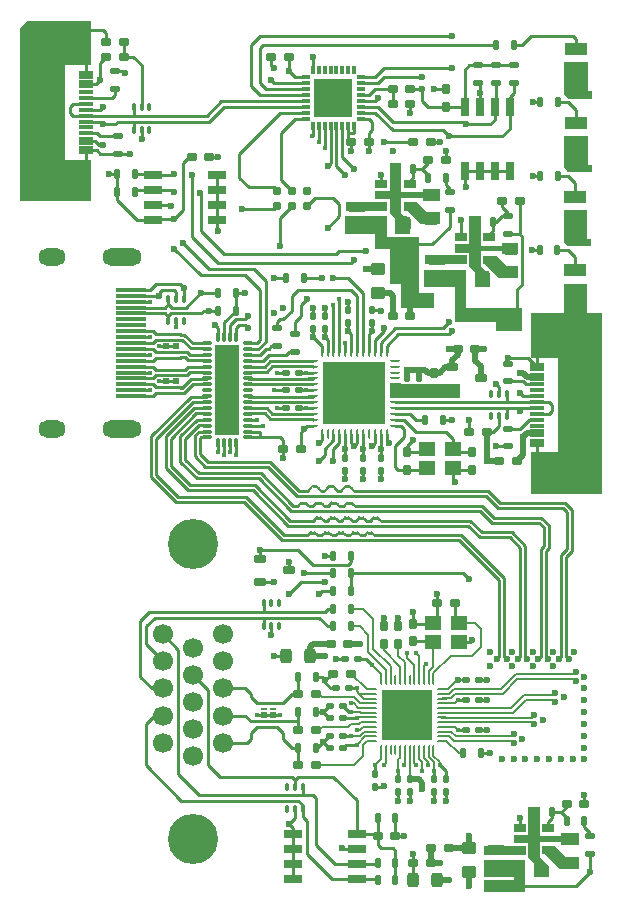
<source format=gtl>
%FSLAX46Y46*%
%MOMM*%
%ADD13C,0.200000*%
%ADD11C,0.218000*%
%ADD10C,0.250000*%
%ADD14C,0.286000*%
%ADD12C,0.500000*%
%ADD15C,1.000000*%
%AMPS48*
21,1,5.300000,5.300000,0.000000,0.000000,180.000000*
%
%ADD48PS48*%
%AMPS28*
1,1,1.695000,0.000000,0.000000*
%
%ADD28PS28*%
%AMPS29*
1,1,4.246000,0.000000,0.000000*
%
%ADD29PS29*%
%AMPS52*
21,1,4.200000,4.200000,0.000000,0.000000,90.000000*
%
%ADD52PS52*%
%AMPS31*
21,1,0.250000,0.500000,0.000000,0.000000,90.000000*
%
%ADD31PS31*%
%AMPS34*
21,1,0.250000,0.500000,0.000000,0.000000,270.000000*
%
%ADD34PS34*%
%AMPS55*
21,1,0.600000,1.500000,0.000000,0.000000,0.000000*
%
%ADD55PS55*%
%AMPS43*
21,1,0.600000,1.500000,0.000000,0.000000,90.000000*
%
%ADD43PS43*%
%AMPS56*
21,1,0.600000,1.500000,0.000000,0.000000,180.000000*
%
%ADD56PS56*%
%AMPS42*
21,1,0.600000,1.500000,0.000000,0.000000,270.000000*
%
%ADD42PS42*%
%AMPS32*
21,1,0.450000,0.500000,0.000000,0.000000,90.000000*
%
%ADD32PS32*%
%AMPS33*
21,1,0.450000,0.500000,0.000000,0.000000,270.000000*
%
%ADD33PS33*%
%AMPS62*
21,1,0.600000,1.150000,0.000000,0.000000,90.000000*
%
%ADD62PS62*%
%AMPS36*
21,1,0.600000,1.150000,0.000000,0.000000,270.000000*
%
%ADD36PS36*%
%AMPS66*
21,1,0.300000,0.600000,0.000000,0.000000,0.000000*
%
%ADD66PS66*%
%AMPS68*
21,1,0.300000,0.600000,0.000000,0.000000,90.000000*
%
%ADD68PS68*%
%AMPS67*
21,1,0.300000,0.600000,0.000000,0.000000,180.000000*
%
%ADD67PS67*%
%AMPS69*
21,1,0.300000,0.600000,0.000000,0.000000,270.000000*
%
%ADD69PS69*%
%AMPS41*
21,1,1.100000,1.880000,0.000000,0.000000,90.000000*
%
%ADD41PS41*%
%AMPS72*
21,1,0.300000,2.600000,0.000000,0.000000,270.000000*
%
%ADD72PS72*%
%AMPS40*
21,1,2.200000,1.880000,0.000000,0.000000,90.000000*
%
%ADD40PS40*%
%AMPS63*
21,1,2.180000,2.000000,0.000000,0.000000,90.000000*
%
%ADD63PS63*%
%AMPS37*
21,1,2.180000,2.000000,0.000000,0.000000,270.000000*
%
%ADD37PS37*%
%AMPS64*
21,1,0.300000,1.150000,0.000000,0.000000,90.000000*
%
%ADD64PS64*%
%AMPS38*
21,1,0.300000,1.150000,0.000000,0.000000,270.000000*
%
%ADD38PS38*%
%AMPS54*
21,1,0.700000,1.000000,0.000000,0.000000,270.000000*
%
%ADD54PS54*%
%AMPS61*
21,1,1.400000,1.200000,0.000000,0.000000,0.000000*
%
%ADD61PS61*%
%AMPS65*
21,1,1.400000,1.200000,0.000000,0.000000,180.000000*
%
%ADD65PS65*%
%AMPS75*
1,1,0.600000,0.000000,0.000000*
%
%ADD75PS75*%
%AMPS76*
1,1,0.400000,0.000000,0.000000*
%
%ADD76PS76*%
%AMPS73*
21,1,1.800000,1.500000,0.000000,0.000000,0.000000*
1,1,1.500000,0.900000,0.000000*
1,1,1.500000,-0.900000,0.000000*
%
%ADD73PS73*%
%AMPS74*
21,1,0.800000,1.500000,0.000000,0.000000,0.000000*
1,1,1.500000,0.400000,0.000000*
1,1,1.500000,-0.400000,0.000000*
%
%ADD74PS74*%
%AMPS59*
21,1,2.050000,7.550000,0.000000,0.000000,180.000000*
%
%ADD59PS59*%
%AMPS27*
1,1,0.360000,0.220000,-0.195000*
1,1,0.360000,-0.220000,0.195000*
1,1,0.360000,0.220000,0.195000*
21,1,0.800000,0.390000,0.000000,0.000000,0.000000*
21,1,0.440000,0.750000,0.000000,0.000000,0.000000*
1,1,0.360000,-0.220000,-0.195000*
%
%ADD27PS27*%
%AMPS60*
1,1,0.360000,0.195000,0.220000*
1,1,0.360000,-0.195000,-0.220000*
1,1,0.360000,-0.195000,0.220000*
21,1,0.800000,0.390000,0.000000,0.000000,90.000000*
21,1,0.440000,0.750000,0.000000,0.000000,90.000000*
1,1,0.360000,0.195000,-0.220000*
%
%ADD60PS60*%
%AMPS19*
1,1,0.360000,-0.220000,0.195000*
1,1,0.360000,0.220000,-0.195000*
1,1,0.360000,-0.220000,-0.195000*
21,1,0.800000,0.390000,0.000000,0.000000,180.000000*
21,1,0.440000,0.750000,0.000000,0.000000,180.000000*
1,1,0.360000,0.220000,0.195000*
%
%ADD19PS19*%
%AMPS44*
1,1,0.360000,-0.195000,-0.220000*
1,1,0.360000,0.195000,0.220000*
1,1,0.360000,0.195000,-0.220000*
21,1,0.800000,0.390000,0.000000,0.000000,270.000000*
21,1,0.440000,0.750000,0.000000,0.000000,270.000000*
1,1,0.360000,-0.195000,0.220000*
%
%ADD44PS44*%
%AMPS18*
1,1,0.500000,0.250000,-0.375000*
1,1,0.500000,-0.250000,0.375000*
1,1,0.500000,0.250000,0.375000*
21,1,1.000000,0.750000,0.000000,0.000000,0.000000*
21,1,0.500000,1.250000,0.000000,0.000000,0.000000*
1,1,0.500000,-0.250000,-0.375000*
%
%ADD18PS18*%
%AMPS20*
1,1,0.500000,0.375000,0.250000*
1,1,0.500000,-0.375000,-0.250000*
1,1,0.500000,-0.375000,0.250000*
21,1,1.000000,0.750000,0.000000,0.000000,90.000000*
21,1,0.500000,1.250000,0.000000,0.000000,90.000000*
1,1,0.500000,0.375000,-0.250000*
%
%ADD20PS20*%
%AMPS71*
1,1,0.500000,-0.250000,0.375000*
1,1,0.500000,0.250000,-0.375000*
1,1,0.500000,-0.250000,-0.375000*
21,1,1.000000,0.750000,0.000000,0.000000,180.000000*
21,1,0.500000,1.250000,0.000000,0.000000,180.000000*
1,1,0.500000,0.250000,0.375000*
%
%ADD71PS71*%
%AMPS25*
1,1,0.500000,-0.375000,-0.250000*
1,1,0.500000,0.375000,0.250000*
1,1,0.500000,0.375000,-0.250000*
21,1,1.000000,0.750000,0.000000,0.000000,270.000000*
21,1,0.500000,1.250000,0.000000,0.000000,270.000000*
1,1,0.500000,-0.375000,0.250000*
%
%ADD25PS25*%
%AMPS47*
1,1,0.125000,-0.062500,0.337500*
1,1,0.125000,0.062500,-0.337500*
1,1,0.125000,-0.062500,-0.337500*
21,1,0.250000,0.675000,0.000000,0.000000,180.000000*
21,1,0.125000,0.800000,0.000000,0.000000,180.000000*
1,1,0.125000,0.062500,0.337500*
%
%ADD47PS47*%
%AMPS21*
1,1,0.240000,0.130000,-0.330000*
1,1,0.240000,-0.130000,0.330000*
1,1,0.240000,0.130000,0.330000*
21,1,0.500000,0.660000,0.000000,0.000000,0.000000*
21,1,0.260000,0.900000,0.000000,0.000000,0.000000*
1,1,0.240000,-0.130000,-0.330000*
%
%ADD21PS21*%
%AMPS35*
1,1,0.240000,0.330000,0.130000*
1,1,0.240000,-0.330000,-0.130000*
1,1,0.240000,-0.330000,0.130000*
21,1,0.500000,0.660000,0.000000,0.000000,90.000000*
21,1,0.260000,0.900000,0.000000,0.000000,90.000000*
1,1,0.240000,0.330000,-0.130000*
%
%ADD35PS35*%
%AMPS17*
1,1,0.240000,-0.130000,0.330000*
1,1,0.240000,0.130000,-0.330000*
1,1,0.240000,-0.130000,-0.330000*
21,1,0.500000,0.660000,0.000000,0.000000,180.000000*
21,1,0.260000,0.900000,0.000000,0.000000,180.000000*
1,1,0.240000,0.130000,0.330000*
%
%ADD17PS17*%
%AMPS39*
1,1,0.240000,-0.330000,-0.130000*
1,1,0.240000,0.330000,0.130000*
1,1,0.240000,0.330000,-0.130000*
21,1,0.500000,0.660000,0.000000,0.000000,270.000000*
21,1,0.260000,0.900000,0.000000,0.000000,270.000000*
1,1,0.240000,-0.330000,0.130000*
%
%ADD39PS39*%
%AMPS24*
1,1,0.200000,0.110000,-0.200000*
1,1,0.200000,-0.110000,0.200000*
1,1,0.200000,0.110000,0.200000*
21,1,0.420000,0.400000,0.000000,0.000000,0.000000*
21,1,0.220000,0.600000,0.000000,0.000000,0.000000*
1,1,0.200000,-0.110000,-0.200000*
%
%ADD24PS24*%
%AMPS23*
1,1,0.200000,-0.110000,0.200000*
1,1,0.200000,0.110000,-0.200000*
1,1,0.200000,-0.110000,-0.200000*
21,1,0.420000,0.400000,0.000000,0.000000,180.000000*
21,1,0.220000,0.600000,0.000000,0.000000,180.000000*
1,1,0.200000,0.110000,0.200000*
%
%ADD23PS23*%
%AMPS50*
1,1,0.100000,0.050000,0.375000*
1,1,0.100000,-0.050000,-0.375000*
1,1,0.100000,-0.050000,0.375000*
21,1,0.850000,0.100000,0.000000,0.000000,90.000000*
21,1,0.750000,0.200000,0.000000,0.000000,90.000000*
1,1,0.100000,0.050000,-0.375000*
%
%ADD50PS50*%
%AMPS22*
1,1,0.500000,-0.650000,-0.150000*
1,1,0.500000,0.650000,0.150000*
1,1,0.500000,0.650000,-0.150000*
21,1,0.800000,1.300000,0.000000,0.000000,270.000000*
21,1,0.300000,1.800000,0.000000,0.000000,270.000000*
1,1,0.500000,-0.650000,0.150000*
%
%ADD22PS22*%
%AMPS45*
1,1,0.240000,0.180000,-0.130000*
1,1,0.240000,-0.180000,0.130000*
1,1,0.240000,0.180000,0.130000*
21,1,0.600000,0.260000,0.000000,0.000000,0.000000*
21,1,0.360000,0.500000,0.000000,0.000000,0.000000*
1,1,0.240000,-0.180000,-0.130000*
%
%ADD45PS45*%
%AMPS16*
1,1,0.240000,0.130000,0.180000*
1,1,0.240000,-0.130000,-0.180000*
1,1,0.240000,-0.130000,0.180000*
21,1,0.600000,0.260000,0.000000,0.000000,90.000000*
21,1,0.360000,0.500000,0.000000,0.000000,90.000000*
1,1,0.240000,0.130000,-0.180000*
%
%ADD16PS16*%
%AMPS30*
1,1,0.240000,-0.180000,0.130000*
1,1,0.240000,0.180000,-0.130000*
1,1,0.240000,-0.180000,-0.130000*
21,1,0.600000,0.260000,0.000000,0.000000,180.000000*
21,1,0.360000,0.500000,0.000000,0.000000,180.000000*
1,1,0.240000,0.180000,0.130000*
%
%ADD30PS30*%
%AMPS26*
1,1,0.240000,-0.130000,-0.180000*
1,1,0.240000,0.130000,0.180000*
1,1,0.240000,0.130000,-0.180000*
21,1,0.600000,0.260000,0.000000,0.000000,270.000000*
21,1,0.360000,0.500000,0.000000,0.000000,270.000000*
1,1,0.240000,-0.130000,0.180000*
%
%ADD26PS26*%
%AMPS49*
1,1,0.340000,0.330000,0.180000*
1,1,0.340000,-0.330000,-0.180000*
1,1,0.340000,-0.330000,0.180000*
21,1,0.700000,0.660000,0.000000,0.000000,90.000000*
21,1,0.360000,1.000000,0.000000,0.000000,90.000000*
1,1,0.340000,0.330000,-0.180000*
%
%ADD49PS49*%
%AMPS51*
1,1,0.100000,0.375000,0.050000*
1,1,0.100000,-0.375000,-0.050000*
1,1,0.100000,-0.375000,0.050000*
21,1,0.200000,0.750000,0.000000,0.000000,90.000000*
21,1,0.100000,0.850000,0.000000,0.000000,90.000000*
1,1,0.100000,0.375000,-0.050000*
%
%ADD51PS51*%
%AMPS58*
1,1,0.124000,-0.088000,0.363000*
1,1,0.124000,0.088000,-0.363000*
1,1,0.124000,-0.088000,-0.363000*
21,1,0.300000,0.726000,0.000000,0.000000,180.000000*
21,1,0.176000,0.850000,0.000000,0.000000,180.000000*
1,1,0.124000,0.088000,0.363000*
%
%ADD58PS58*%
%AMPS57*
1,1,0.124000,-0.363000,-0.088000*
1,1,0.124000,0.363000,0.088000*
1,1,0.124000,0.363000,-0.088000*
21,1,0.300000,0.726000,0.000000,0.000000,270.000000*
21,1,0.176000,0.850000,0.000000,0.000000,270.000000*
1,1,0.124000,-0.363000,0.088000*
%
%ADD57PS57*%
%AMPS46*
1,1,0.125000,-0.337500,0.062500*
1,1,0.125000,0.337500,-0.062500*
1,1,0.125000,-0.337500,-0.062500*
21,1,0.800000,0.125000,0.000000,0.000000,180.000000*
21,1,0.675000,0.250000,0.000000,0.000000,180.000000*
1,1,0.125000,0.337500,0.062500*
%
%ADD46PS46*%
%AMPS70*
21,1,3.300000,3.300000,0.000000,0.000000,180.000000*
%
%ADD70PS70*%
%AMPS53*
1,1,0.787400,0.000000,0.000000*
%
%ADD53PS53*%
G01*
%LPD*%
G36*
X-1750000Y26500000D02*
X-1750000Y30000000D01*
X-4000000Y30000000D01*
X-4000000Y38000000D01*
X-1750000Y38000000D01*
X-1750000Y41750000D01*
X-7132305Y41750000D01*
X-7750000Y41132305D01*
X-7750000Y26500000D01*
X-1750000Y26500000D01*
D02*
G37*
%LPD*%
G36*
X40600000Y35200000D02*
X40600000Y35800000D01*
X40300000Y35800000D01*
X40300000Y38250000D01*
X38300000Y38250000D01*
X38300000Y35575001D01*
X38675001Y35200000D01*
X40600000Y35200000D01*
D02*
G37*
%LPD*%
G36*
X40600000Y28950000D02*
X40600000Y29550000D01*
X40300000Y29550000D01*
X40300000Y32000000D01*
X38300000Y32000000D01*
X38300000Y29325001D01*
X38675001Y28950000D01*
X40600000Y28950000D01*
D02*
G37*
%LPD*%
G36*
X25250000Y23750000D02*
X25250000Y24999999D01*
X24999999Y25250000D01*
X24750001Y25250000D01*
X24505000Y25495000D01*
X24495000Y25495000D01*
X24495000Y26605000D01*
X24500000Y26605000D01*
X24500000Y26750000D01*
X26300000Y26750000D01*
X26300000Y26500000D01*
X27800000Y26500000D01*
X27800000Y27500000D01*
X26300000Y27500000D01*
X26300000Y27250000D01*
X24500000Y27250000D01*
X24500000Y27395000D01*
X24495000Y27395000D01*
X24495000Y28505000D01*
X24500000Y28505000D01*
X24500000Y29750000D01*
X23500000Y29750000D01*
X23500000Y28505000D01*
X23505000Y28505000D01*
X23505000Y27395000D01*
X23500000Y27395000D01*
X23500000Y27350000D01*
X22300000Y27350000D01*
X22300000Y26650000D01*
X23500000Y26650000D01*
X23500000Y26605000D01*
X23505000Y26605000D01*
X23505000Y25495001D01*
X24000000Y24999999D01*
X24000000Y23750000D01*
X25250000Y23750000D01*
D02*
G37*
%LPD*%
G36*
X27800000Y24549890D02*
X27800000Y25549890D01*
X26700001Y25549890D01*
X25799999Y26449890D01*
X24750000Y26449890D01*
X24750000Y25749890D01*
X25000109Y25749890D01*
X26200111Y24549890D01*
X27800000Y24549890D01*
D02*
G37*
%LPD*%
G36*
X23287500Y25649890D02*
X23287500Y26445000D01*
X22095000Y26445000D01*
X22095000Y26449890D01*
X19800000Y26449890D01*
X19800000Y25649890D01*
X23287500Y25649890D01*
D02*
G37*
%LPD*%
G36*
X40550000Y22700000D02*
X40550000Y23300000D01*
X40250000Y23300000D01*
X40250000Y25750000D01*
X38250000Y25750000D01*
X38250000Y23075001D01*
X38618353Y22706647D01*
X38685832Y22700000D01*
X40550000Y22700000D01*
D02*
G37*
%LPD*%
G36*
X32000000Y19250000D02*
X32000000Y20249999D01*
X31255000Y20995000D01*
X31245000Y20995000D01*
X31245000Y22105000D01*
X31250000Y22105000D01*
X31250000Y22250000D01*
X33050000Y22250000D01*
X33050000Y22000000D01*
X34375000Y22000000D01*
X34375000Y23000000D01*
X33050000Y23000000D01*
X33050000Y22750000D01*
X31250000Y22750000D01*
X31250000Y22895000D01*
X31245000Y22895000D01*
X31245000Y24005000D01*
X31250000Y24005000D01*
X31250000Y25250000D01*
X30250000Y25250000D01*
X30250000Y24005000D01*
X30255000Y24005000D01*
X30255000Y22895000D01*
X30250000Y22895000D01*
X30250000Y22850000D01*
X29050000Y22850000D01*
X29050000Y22150000D01*
X30250000Y22150000D01*
X30250000Y22105000D01*
X30255000Y22105000D01*
X30255000Y20995001D01*
X30750000Y20499999D01*
X30750000Y19250000D01*
X32000000Y19250000D01*
D02*
G37*
%LPD*%
G36*
X27250000Y17500000D02*
X27250000Y18750000D01*
X26000000Y18750000D01*
X26000000Y23500000D01*
X23300000Y23500000D01*
X23300000Y25249890D01*
X19750000Y25249890D01*
X19750000Y23749890D01*
X22250000Y23749890D01*
X22250000Y22500000D01*
X23500000Y22500000D01*
X23500000Y19500000D01*
X24500000Y19500000D01*
X24500000Y17500000D01*
X27250000Y17500000D01*
D02*
G37*
%LPD*%
G36*
X30050000Y21150000D02*
X30050000Y21945000D01*
X28845000Y21945000D01*
X28845000Y21950000D01*
X26500000Y21950000D01*
X26500000Y21150000D01*
X30050000Y21150000D01*
D02*
G37*
%LPD*%
G36*
X34375000Y20000000D02*
X34375000Y21000000D01*
X33400001Y21000000D01*
X32499999Y21900000D01*
X31450000Y21900000D01*
X31450000Y21200000D01*
X31549999Y21200000D01*
X31986770Y20763229D01*
X32002982Y20753512D01*
X32038863Y20726901D01*
X32071964Y20696900D01*
X32101965Y20663799D01*
X32128576Y20627918D01*
X32138293Y20611706D01*
X32750001Y20000000D01*
X34375000Y20000000D01*
D02*
G37*
%LPD*%
G36*
X34750000Y15500000D02*
X34750000Y17500000D01*
X29950000Y17500000D01*
X29950000Y20700000D01*
X26450000Y20700000D01*
X26450000Y19200000D01*
X29000000Y19200000D01*
X29000000Y16250000D01*
X32500000Y16250000D01*
X32500000Y15500000D01*
X34750000Y15500000D01*
D02*
G37*
%LPD*%
G36*
X41490000Y1750000D02*
X41490000Y17000000D01*
X40250000Y17000000D01*
X40250000Y19500000D01*
X38250000Y19500000D01*
X38250000Y17000000D01*
X35500000Y17000000D01*
X35500000Y13250000D01*
X37750000Y13250000D01*
X37750000Y5250000D01*
X35500000Y5250000D01*
X35500000Y1750000D01*
X41490000Y1750000D01*
D02*
G37*
%LPD*%
G36*
X29500000Y9875000D02*
X29500000Y11000000D01*
X24500000Y11000000D01*
X24500000Y11125000D01*
X23550000Y11125000D01*
X23550000Y9875000D01*
X29500000Y9875000D01*
D02*
G37*
%LPD*%
G36*
X37000000Y-30750000D02*
X37000000Y-29750001D01*
X36255000Y-29005000D01*
X36245000Y-29005000D01*
X36245000Y-27895000D01*
X36250000Y-27895000D01*
X36250000Y-27750000D01*
X38050000Y-27750000D01*
X38050000Y-28000000D01*
X39550000Y-28000000D01*
X39550000Y-27000000D01*
X38050000Y-27000000D01*
X38050000Y-27250000D01*
X36250000Y-27250000D01*
X36250000Y-27105000D01*
X36245000Y-27105000D01*
X36245000Y-25995000D01*
X36250000Y-25995000D01*
X36250000Y-24750000D01*
X35250000Y-24750000D01*
X35250000Y-25995000D01*
X35255000Y-25995000D01*
X35255000Y-27105000D01*
X35250000Y-27105000D01*
X35250000Y-27150000D01*
X34050000Y-27150000D01*
X34050000Y-27850000D01*
X35250000Y-27850000D01*
X35250000Y-27895000D01*
X35255000Y-27895000D01*
X35255000Y-29004999D01*
X35750000Y-29500001D01*
X35750000Y-30750000D01*
X37000000Y-30750000D01*
D02*
G37*
%LPD*%
G36*
X35050000Y-28850000D02*
X35050000Y-28055000D01*
X33845000Y-28055000D01*
X33845000Y-28050000D01*
X31500000Y-28050000D01*
X31500000Y-28850000D01*
X35050000Y-28850000D01*
D02*
G37*
%LPD*%
G36*
X39500000Y-30000000D02*
X39500000Y-29000000D01*
X38400001Y-29000000D01*
X37499999Y-28100000D01*
X36450000Y-28100000D01*
X36450000Y-28800000D01*
X36699999Y-28800000D01*
X37900001Y-30000000D01*
X39500000Y-30000000D01*
D02*
G37*
%LPD*%
G36*
X35000000Y-32000000D02*
X35000000Y-29250000D01*
X31500000Y-29250000D01*
X31500000Y-30750000D01*
X34000000Y-30750000D01*
X34000000Y-31000000D01*
X31500000Y-31000000D01*
X31500000Y-32000000D01*
X35000000Y-32000000D01*
D02*
G37*
%LPD*%
G01*
%LPD*%
D10*
X20700000Y-24200000D02*
X20700000Y-27095000D01*
D10*
X26750000Y34500000D02*
X26250000Y35000000D01*
D10*
X35995000Y6050000D02*
X35995000Y4715000D01*
D10*
X5050000Y17500000D02*
X6239502Y17500000D01*
D10*
X18000000Y32900000D02*
X18030001Y32869999D01*
D12*
X27000000Y-29500000D02*
X27000000Y-28250000D01*
D13*
X27950000Y-15200000D02*
X27960000Y-15210000D01*
D10*
X15750000Y19000000D02*
X20250000Y19000000D01*
D10*
X20500000Y32250000D02*
X20000000Y32250000D01*
D10*
X9100000Y-22250000D02*
X8100000Y-21250000D01*
D10*
X33400000Y8300000D02*
X33400000Y8910800D01*
D13*
X39040000Y-13940000D02*
X39250000Y-14150000D01*
D12*
X28499992Y-31000008D02*
X28500000Y-31000000D01*
D11*
X7984001Y14459001D02*
X6836571Y14459001D01*
D10*
X32250000Y24750000D02*
X32500000Y24750000D01*
D10*
X22250000Y-23050000D02*
X22950000Y-23050000D01*
D10*
X11475000Y14500000D02*
X12250000Y14500000D01*
D10*
X10500189Y15750189D02*
X10750000Y16000000D01*
D10*
X18030001Y32869999D02*
X18030001Y31030001D01*
D11*
X8086572Y4459000D02*
X13336572Y4459000D01*
D12*
X31750000Y6000000D02*
X31750000Y7000000D01*
D10*
X17750000Y-6500000D02*
X17500000Y-6750000D01*
D10*
X19250000Y25250000D02*
X18250000Y24250000D01*
D11*
X7984001Y13459000D02*
X8025000Y13499999D01*
D11*
X8025000Y8000000D02*
X7984000Y7959000D01*
D10*
X27000000Y31500000D02*
X27750000Y31500000D01*
D10*
X250000Y33000000D02*
X500000Y33250000D01*
D10*
X34505400Y9500000D02*
X34500000Y9494600D01*
D13*
X26800000Y-19950000D02*
X26800000Y-20550000D01*
D10*
X22000000Y33250000D02*
X22000000Y32500000D01*
D10*
X32000000Y33000000D02*
X32385000Y33385000D01*
D10*
X22950000Y-23050000D02*
X23000000Y-23000000D01*
D13*
X30700000Y-9200000D02*
X31250000Y-9750000D01*
D11*
X18032344Y-1545228D02*
X18386572Y-1545228D01*
D10*
X5250000Y25000000D02*
X3591848Y25000000D01*
D12*
X31200000Y12550000D02*
X31200000Y11500000D01*
D10*
X18750000Y20000000D02*
X20000000Y20000000D01*
D10*
X4600000Y12249998D02*
X5400000Y12249998D01*
D10*
X1000000Y38750000D02*
X1750000Y38750000D01*
D10*
X18000000Y-3500000D02*
X18750000Y-3500000D01*
D11*
X7984000Y12459001D02*
X8025000Y12500001D01*
D11*
X5586572Y1459000D02*
X11336572Y1459000D01*
D11*
X36541000Y-1086571D02*
X36163428Y-709000D01*
D10*
X20750000Y-14750000D02*
X20050000Y-14750000D01*
D10*
X4250000Y19000000D02*
X5250000Y19000000D01*
D10*
X4000002Y11249998D02*
X4000000Y11250000D01*
D10*
X15750000Y-15250000D02*
X15750000Y-13750000D01*
D11*
X21532344Y-541000D02*
X21886572Y-541000D01*
D10*
X16250000Y20000000D02*
X17750000Y20000000D01*
D10*
X29250000Y-15750000D02*
X29950000Y-15750000D01*
D10*
X32250000Y24000000D02*
X32250000Y24750000D01*
D12*
X22500008Y18750056D02*
X23499944Y18750056D01*
D10*
X18250000Y14750000D02*
X18000000Y15000000D01*
D10*
X7489502Y18750000D02*
X7500000Y18750000D01*
D10*
X30000000Y33000000D02*
X32000000Y33000000D01*
D10*
X22750000Y28000000D02*
X22750000Y28750000D01*
D12*
X30249992Y-28250056D02*
X30250000Y-28250048D01*
D13*
X24800000Y-19950000D02*
X24800000Y-21175000D01*
D10*
X20700000Y-29635000D02*
X22365000Y-29635000D01*
D13*
X28921298Y-14810000D02*
X32921298Y-14810000D01*
D10*
X18375000Y-19750000D02*
X17875000Y-19250000D01*
D10*
X-2245000Y35250000D02*
X20166Y35250000D01*
D10*
X10500189Y14975000D02*
X10500189Y15750189D01*
D10*
X15250000Y-22250000D02*
X9100000Y-22250000D01*
D10*
X15250000Y27385000D02*
X14300000Y28335000D01*
D10*
X34520000Y8985400D02*
X34500000Y9005400D01*
D10*
X16000000Y7000000D02*
X16250000Y7250000D01*
D10*
X15500000Y-22500000D02*
X15250000Y-22250000D01*
D10*
X22750000Y13700000D02*
X22750000Y14500000D01*
D11*
X7336572Y3459000D02*
X6209000Y4586572D01*
D10*
X31050000Y-18250000D02*
X31750000Y-18250000D01*
D13*
X31250000Y-9750000D02*
X31250000Y-11250000D01*
D13*
X27960000Y-16410000D02*
X33821298Y-16410000D01*
D10*
X11290000Y-17040000D02*
X11750002Y-17500002D01*
D10*
X-500000Y40750000D02*
X-750000Y41000000D01*
D12*
X23750000Y18500000D02*
X23750000Y16750000D01*
D11*
X30163428Y-959000D02*
X31163428Y-1959000D01*
D11*
X7163428Y7959000D02*
X5791000Y6586572D01*
D11*
X6163430Y13290998D02*
X6413428Y13041000D01*
D13*
X22800000Y-20700000D02*
X22250000Y-21250000D01*
D13*
X27960000Y-17210000D02*
X27950000Y-17200000D01*
D11*
X6413428Y2041000D02*
X11913428Y2041000D01*
D13*
X20000000Y-18000000D02*
X20250000Y-17750000D01*
D10*
X5425000Y18825000D02*
X5425000Y18250000D01*
D10*
X24250000Y3750000D02*
X25000000Y3750000D01*
D13*
X23200000Y-21050000D02*
X23000000Y-21250000D01*
D10*
X14500000Y16500000D02*
X15250000Y17250000D01*
D10*
X9390000Y-19330000D02*
X11420000Y-19330000D01*
D11*
X7983999Y12041001D02*
X8025000Y12000000D01*
D13*
X27950000Y-15600000D02*
X27960000Y-15590000D01*
D10*
X3750020Y11749998D02*
X4600000Y11749998D01*
D10*
X461051Y26574203D02*
X2116051Y24919203D01*
D10*
X12500000Y35500000D02*
X16400000Y35500000D01*
D11*
X38336572Y959000D02*
X38959000Y336573D01*
D10*
X4000000Y18750000D02*
X4250000Y19000000D01*
D10*
X12600000Y-5750000D02*
X12550000Y-5700000D01*
D10*
X20500000Y21500000D02*
X20250000Y21250000D01*
D10*
X13750008Y-11999992D02*
X13750000Y-12000000D01*
D12*
X23500000Y18750000D02*
X23750000Y18500000D01*
D10*
X8250000Y33250000D02*
X1921432Y33250000D01*
D13*
X20250000Y-9500000D02*
X21000000Y-9500000D01*
D10*
X5425000Y16350000D02*
X5425000Y15825000D01*
D10*
X23750000Y32500000D02*
X22250000Y34000000D01*
D11*
X36291000Y-12059000D02*
X36291000Y-2913428D01*
D10*
X17375000Y-19750000D02*
X17875000Y-19250000D01*
D10*
X30250000Y38000000D02*
X29845000Y37595000D01*
D13*
X26000000Y-14050000D02*
X26000000Y-12000000D01*
D10*
X28250000Y34500000D02*
X26750000Y34500000D01*
D10*
X25500000Y28499890D02*
X25500000Y29250000D01*
D10*
X16150000Y-24650000D02*
X15750000Y-24250000D01*
D13*
X24400000Y-20600000D02*
X24250000Y-20750000D01*
D10*
X20700000Y-30905000D02*
X22405000Y-30905000D01*
D13*
X20750000Y-17250000D02*
X20800000Y-17200000D01*
D10*
X38625000Y22375000D02*
X39200000Y21800000D01*
D10*
X12250002Y-18000002D02*
X12850000Y-18000002D01*
D12*
X35170000Y11650000D02*
X35995000Y11650000D01*
D10*
X23000000Y-9500000D02*
X23000000Y-8750000D01*
D10*
X17250000Y-16750000D02*
X17900000Y-16750000D01*
D10*
X16150000Y-25650000D02*
X16150000Y-24950000D01*
D11*
X34959000Y-2663428D02*
X34959000Y-12059000D01*
D11*
X4541000Y3913428D02*
X6413428Y2041000D01*
D10*
X34750000Y39750000D02*
X35500000Y40500000D01*
D11*
X8025000Y9000000D02*
X7984000Y8959000D01*
D10*
X9390000Y-14750000D02*
X11250000Y-14750000D01*
D10*
X34250056Y-30000008D02*
X34250056Y-30900056D01*
D10*
X3500000Y11000000D02*
X3750013Y10749987D01*
D10*
X22750000Y-28250000D02*
X23750000Y-28250000D01*
D11*
X38541000Y163428D02*
X38541000Y-2913428D01*
D10*
X30249936Y-28250000D02*
X30249992Y-28250056D01*
D10*
X11572323Y27678699D02*
X13686301Y27678699D01*
D10*
X26600000Y3750000D02*
X25000000Y3750000D01*
D10*
X24000000Y-31000000D02*
X24000000Y-29500000D01*
D11*
X11516001Y9541001D02*
X17009000Y9541000D01*
D13*
X27960000Y-18410000D02*
X28687575Y-18410000D01*
D10*
X24250000Y15250000D02*
X28500000Y15250000D01*
D10*
X-2245000Y36400000D02*
X-1370000Y36400000D01*
D10*
X15300000Y-28365000D02*
X15300000Y-29635000D01*
D10*
X17750000Y6250000D02*
X17500000Y6000000D01*
D10*
X4600000Y10749998D02*
X5400000Y10749998D01*
D10*
X22750000Y6800000D02*
X22750000Y5500000D01*
D10*
X38625000Y34875000D02*
X39250000Y34250000D01*
D10*
X20250000Y-5000000D02*
X29750000Y-5000000D01*
D11*
X5400000Y13249998D02*
X5775001Y13249998D01*
D13*
X22800000Y-13550000D02*
X22800000Y-14050000D01*
D10*
X18030001Y31030001D02*
X18000000Y31000000D01*
D10*
X7500000Y27145492D02*
X7450388Y27195104D01*
D10*
X18750000Y-13500000D02*
X18000000Y-14000000D01*
D10*
X20000000Y32900000D02*
X20000000Y32250000D01*
D10*
X25750000Y8000000D02*
X26500000Y8000000D01*
D10*
X21500000Y-12250000D02*
X22000000Y-12750000D01*
D13*
X25600000Y-12750000D02*
X25600000Y-14050000D01*
D11*
X17332344Y-295228D02*
X17686572Y-295228D01*
D12*
X34250000Y4500000D02*
X34770000Y5020000D01*
D10*
X12850000Y-9450000D02*
X12850000Y-8800002D01*
D10*
X13650000Y-17000002D02*
X14249996Y-17000002D01*
D10*
X18000000Y5000000D02*
X17500000Y4500000D01*
D10*
X24000000Y-27250000D02*
X24000000Y-25750000D01*
D10*
X26250110Y29250000D02*
X26750000Y29749890D01*
D13*
X21694980Y-10194980D02*
X21694980Y-11694980D01*
D13*
X28930171Y-19190000D02*
X33790000Y-19190000D01*
D10*
X11475000Y7500001D02*
X12750000Y7500000D01*
D10*
X3749998Y13249998D02*
X4600000Y13249998D01*
D13*
X20250000Y-18750000D02*
X21000000Y-18750000D01*
D13*
X17250000Y-15250000D02*
X17500000Y-15250000D01*
D10*
X25500000Y-9250000D02*
X25500000Y-8250000D01*
D10*
X37020000Y8500000D02*
X35995000Y8500000D01*
D10*
X32250000Y7000000D02*
X31750000Y7000000D01*
D11*
X16400000Y959000D02*
X16000000Y959000D01*
D13*
X26000000Y-20750000D02*
X26250000Y-21000000D01*
D10*
X34520000Y7250000D02*
X33520000Y7250000D01*
D13*
X27150000Y-10800000D02*
X27150000Y-12925000D01*
D11*
X8025000Y9500000D02*
X7983999Y9541001D01*
D10*
X12500000Y19000000D02*
X11250000Y20250000D01*
D10*
X-2245000Y30800000D02*
X-2245000Y29465000D01*
D11*
X38459000Y-12059000D02*
X38650000Y-12250000D01*
D11*
X7983999Y11041000D02*
X8025000Y10999999D01*
D10*
X28250000Y-23550000D02*
X28250000Y-24250000D01*
D13*
X17750000Y-18000000D02*
X20000000Y-18000000D01*
D10*
X24000000Y5750000D02*
X24000000Y4000000D01*
D10*
X21500056Y20750056D02*
X21500000Y20750000D01*
D10*
X16400000Y36500000D02*
X13750000Y36500000D01*
D10*
X9499938Y16249938D02*
X9499938Y14975000D01*
D10*
X33520000Y5750000D02*
X32520000Y5750000D01*
D11*
X18410526Y2382954D02*
X18686572Y2382954D01*
D10*
X25500000Y-9250000D02*
X27100000Y-9250000D01*
D11*
X5400000Y10749998D02*
X5775001Y10749998D01*
D10*
X18750000Y-6500000D02*
X17750000Y-6500000D01*
D10*
X13650000Y-17500002D02*
X12850000Y-17500002D01*
D10*
X20750000Y6000000D02*
X20750000Y6800000D01*
D10*
X-770000Y31250000D02*
X-1070000Y31250000D01*
D10*
X28250000Y-21750000D02*
X28250000Y-22450000D01*
D10*
X38500000Y-26000000D02*
X38500000Y-25750000D01*
D10*
X5850000Y-24250000D02*
X2850000Y-21250000D01*
D10*
X15500000Y33500000D02*
X16400000Y33500000D01*
D10*
X19500000Y30250000D02*
X20500000Y29250000D01*
D11*
X11163428Y1041000D02*
X14413428Y-2209000D01*
D11*
X5400000Y12249998D02*
X5525000Y12249998D01*
D10*
X15250000Y26115000D02*
X14250000Y25115000D01*
D13*
X29350000Y-9200000D02*
X30700000Y-9200000D01*
D10*
X15750000Y-21250000D02*
X15750000Y-19750000D01*
D13*
X27250000Y-21000000D02*
X27250000Y-21750000D01*
D11*
X17009000Y9541000D02*
X17050000Y9500000D01*
D10*
X22700000Y17300000D02*
X22750000Y17250000D01*
D11*
X6336574Y13708998D02*
X6586572Y13459000D01*
D10*
X30500000Y5250000D02*
X29150000Y5250000D01*
D10*
X28250000Y27875000D02*
X28250000Y28500000D01*
D10*
X8999811Y14975000D02*
X8999811Y15750189D01*
D12*
X30250000Y-28250048D02*
X30250000Y-27250000D01*
D13*
X21000000Y-9500000D02*
X21694980Y-10194980D01*
D10*
X18655000Y-30905000D02*
X16500000Y-28750000D01*
D10*
X12850000Y-8200002D02*
X12850000Y-7550000D01*
D11*
X8025000Y14000001D02*
X7984000Y14041001D01*
D13*
X27750000Y-21000000D02*
X27750000Y-21250000D01*
D10*
X17750000Y6800000D02*
X17750000Y6250000D01*
D10*
X1850000Y32550000D02*
X1850000Y33178568D01*
D10*
X11420000Y-19330000D02*
X11750000Y-19000000D01*
D12*
X26750000Y12000000D02*
X26500000Y12250000D01*
D13*
X20975000Y-18250000D02*
X20750000Y-18250000D01*
D10*
X15500000Y-24950000D02*
X15500000Y-25750000D01*
D10*
X20000000Y31750000D02*
X20250000Y31500000D01*
D13*
X27960000Y-17590000D02*
X35540000Y-17590000D01*
D11*
X12086572Y2459000D02*
X15086572Y-541000D01*
D13*
X25600000Y-19950000D02*
X25600000Y-21100000D01*
D10*
X-1370000Y36400000D02*
X-1020000Y36750000D01*
D11*
X11913428Y2041000D02*
X14913428Y-959000D01*
D10*
X26750000Y28750000D02*
X26250110Y29249890D01*
D13*
X23600000Y-12850000D02*
X23600000Y-14050000D01*
D10*
X230000Y35459834D02*
X250000Y36000000D01*
D11*
X7984000Y14041001D02*
X6663427Y14041001D01*
D13*
X28678702Y-15590000D02*
X29078702Y-15190000D01*
D10*
X7500000Y24000000D02*
X7500000Y27145492D01*
D10*
X31950000Y23700000D02*
X32250000Y24000000D01*
D12*
X26500000Y12250000D02*
X26000000Y12250000D01*
D13*
X17250000Y-18250000D02*
X17500000Y-18250000D01*
D10*
X12750000Y13000000D02*
X13250000Y13500000D01*
D10*
X8911051Y28729203D02*
X8911051Y27459203D01*
D10*
X23950000Y8500000D02*
X25250000Y8500000D01*
D12*
X20000000Y-11000000D02*
X21000000Y-11000000D01*
D11*
X14913428Y-959000D02*
X30163428Y-959000D01*
D10*
X16520000Y26115000D02*
X17155000Y26750000D01*
D13*
X20462570Y-16000000D02*
X20862570Y-16400000D01*
D10*
X40000000Y-24500000D02*
X40000000Y-23750000D01*
D10*
X25250000Y-23550000D02*
X25250000Y-24250000D01*
D11*
X38041000Y-3413428D02*
X38541000Y-2913428D01*
D13*
X27200000Y-20450000D02*
X27750000Y-21000000D01*
D10*
X29350000Y-10800000D02*
X30345000Y-10800000D01*
D13*
X26400000Y-12850000D02*
X26600000Y-12650000D01*
D11*
X17010526Y2382954D02*
X17286572Y2382954D01*
D10*
X28500000Y15250000D02*
X28750000Y15500000D01*
D10*
X18450000Y-16250000D02*
X18400000Y-16250000D01*
D10*
X34250000Y17000000D02*
X34250000Y19000000D01*
D10*
X16400000Y34500000D02*
X9500000Y34500000D01*
D13*
X27950000Y-18000000D02*
X29000000Y-18000000D01*
D10*
X21500000Y22250000D02*
X19250000Y22250000D01*
D10*
X28587500Y27537500D02*
X28250000Y27875000D01*
D10*
X8100000Y-21250000D02*
X8100000Y-14855000D01*
D10*
X500000Y30500000D02*
X-1000000Y30500000D01*
D10*
X35995000Y10000000D02*
X34770000Y10000000D01*
D13*
X20950000Y-15200000D02*
X21350000Y-15600000D01*
D11*
X6836572Y9541001D02*
X3709000Y6413429D01*
D10*
X17000000Y15000000D02*
X17750000Y14250000D01*
D13*
X27950000Y-16000000D02*
X29000000Y-16000000D01*
D11*
X38459000Y-3586572D02*
X38959000Y-3086572D01*
D11*
X4959000Y6413428D02*
X4959000Y4086572D01*
D10*
X18000000Y-5750000D02*
X16000000Y-5750000D01*
D11*
X20432344Y-1545228D02*
X20786572Y-1545228D01*
D10*
X21750000Y33500000D02*
X22000000Y33250000D01*
D10*
X28500000Y32000000D02*
X28000000Y32500000D01*
D11*
X19832344Y-1791000D02*
X20186572Y-1791000D01*
D10*
X15000000Y13750000D02*
X15500000Y13750000D01*
D10*
X-1020000Y33250000D02*
X-770000Y33000000D01*
D11*
X7163428Y3041000D02*
X12413428Y3041000D01*
D10*
X14950000Y-4750000D02*
X14950000Y-4050000D01*
D11*
X7984000Y7959000D02*
X7163428Y7959000D01*
D11*
X6413428Y12459001D02*
X7984000Y12459001D01*
D10*
X461051Y28824203D02*
X461051Y27324203D01*
D10*
X35995000Y12450000D02*
X35995000Y13785000D01*
D11*
X5913430Y14790998D02*
X5816001Y14790998D01*
D10*
X17500000Y32900000D02*
X17500000Y31530000D01*
D11*
X11516001Y11458999D02*
X17009000Y11459000D01*
D10*
X-2245000Y38535000D02*
X-2820000Y39110000D01*
D10*
X23955400Y9494600D02*
X33505400Y9494600D01*
D10*
X5600000Y-22000000D02*
X7350000Y-23750000D01*
D13*
X21100000Y-17600000D02*
X22050000Y-17600000D01*
D11*
X34541000Y-12059000D02*
X34350000Y-12250000D01*
D12*
X26250000Y-22750000D02*
X26250000Y-23250000D01*
D10*
X16425000Y12000000D02*
X15800000Y12000000D01*
D10*
X14000000Y15750000D02*
X14000000Y16250000D01*
D11*
X13336572Y4459000D02*
X15836572Y1959000D01*
D10*
X3591848Y25000000D02*
X3511051Y24919203D01*
D11*
X6913428Y8959000D02*
X4541000Y6586574D01*
D10*
X3750002Y13749998D02*
X4600000Y13749998D01*
D11*
X7984000Y9959001D02*
X6663429Y9959001D01*
D10*
X24750000Y8000000D02*
X25750000Y7000000D01*
D10*
X40500000Y-30250000D02*
X40500000Y-28750000D01*
D10*
X38625000Y28625000D02*
X39200000Y28050000D01*
D10*
X19750000Y6800000D02*
X19750000Y5500000D01*
D10*
X39250000Y34250000D02*
X39250000Y33145000D01*
D10*
X38500000Y-24500000D02*
X38500000Y-24750000D01*
D10*
X21250000Y5500000D02*
X21250000Y4800000D01*
D10*
X17000000Y15700000D02*
X17000000Y15000000D01*
D10*
X36950000Y-26550000D02*
X36950000Y-26050000D01*
D10*
X20000000Y16200000D02*
X20000000Y15500000D01*
D13*
X20950000Y-15200000D02*
X22050000Y-15200000D01*
D11*
X4541000Y6586574D02*
X4541000Y3913428D01*
D10*
X-1020000Y36750000D02*
X-1020000Y38209834D01*
D10*
X31000000Y38000000D02*
X30250000Y38000000D01*
D10*
X25250000Y8500000D02*
X25750000Y8000000D01*
D10*
X35995000Y9500000D02*
X34505400Y9500000D01*
D10*
X27500000Y-7500000D02*
X27500000Y-6750000D01*
D12*
X25250000Y16750000D02*
X25250000Y17750000D01*
D10*
X34500000Y-26500000D02*
X34500000Y-25750000D01*
D13*
X34921298Y-15310000D02*
X37290000Y-15310000D01*
D11*
X7459000Y5086572D02*
X8086572Y4459000D01*
D10*
X14000000Y16250000D02*
X14250000Y16500000D01*
D12*
X27750000Y12000000D02*
X28200000Y12450000D01*
D11*
X33209000Y-5413428D02*
X33209000Y-12059000D01*
D11*
X7984000Y13041000D02*
X8025000Y13000000D01*
D10*
X8911051Y26189203D02*
X8911051Y27459203D01*
D10*
X22250000Y13700000D02*
X22250000Y14750000D01*
D13*
X28674999Y-12000000D02*
X27200000Y-13474999D01*
D10*
X461051Y27324203D02*
X461051Y26574203D01*
D13*
X20800000Y-17200000D02*
X22050000Y-17200000D01*
D10*
X35270000Y8000000D02*
X34520000Y7250000D01*
D10*
X4600000Y14749998D02*
X5400000Y14749998D01*
D12*
X30750000Y13000000D02*
X31200000Y12550000D01*
D12*
X16749944Y-11999992D02*
X17999992Y-11999992D01*
D10*
X32750000Y10750000D02*
X32500000Y11000000D01*
D11*
X5775001Y14749998D02*
X5400000Y14749998D01*
D10*
X17000000Y16800000D02*
X17000000Y17500000D01*
D10*
X15300000Y-27095000D02*
X15300000Y-26550000D01*
D10*
X15300000Y-30905000D02*
X15300000Y-29635000D01*
D13*
X22125000Y-8875000D02*
X22125000Y-11375000D01*
D10*
X11750000Y39750000D02*
X11750000Y36250000D01*
D10*
X33000000Y25250000D02*
X33500000Y25250000D01*
D10*
X34770000Y10000000D02*
X34520000Y10250000D01*
D11*
X30336572Y-541000D02*
X31336572Y-1541000D01*
D11*
X31836572Y1959000D02*
X32836572Y959000D01*
D10*
X16000000Y5500000D02*
X16000000Y7000000D01*
D11*
X17932344Y-541000D02*
X18286572Y-541000D01*
D11*
X36709000Y-12059000D02*
X36709000Y-3086572D01*
D10*
X35995000Y13785000D02*
X36570000Y14360000D01*
D10*
X1620000Y15500000D02*
X3500000Y15500000D01*
D10*
X23250000Y6800000D02*
X23250000Y6229436D01*
D10*
X16150000Y-23650000D02*
X16250000Y-23750000D01*
D10*
X37750000Y28625000D02*
X38625000Y28625000D01*
D10*
X11475000Y6999999D02*
X12500000Y7000000D01*
D11*
X11336572Y1459000D02*
X14586572Y-1791000D01*
D11*
X8025000Y8499999D02*
X7983999Y8541000D01*
D10*
X35995000Y9000000D02*
X34505400Y9000000D01*
D10*
X28850000Y3950000D02*
X28850000Y2900000D01*
D13*
X21000000Y-18750000D02*
X21350000Y-18400000D01*
D10*
X31950000Y23450000D02*
X31950000Y23700000D01*
D10*
X28000000Y32500000D02*
X23750000Y32500000D01*
D10*
X8100000Y-14855000D02*
X6850000Y-13605000D01*
D10*
X12499999Y13499999D02*
X13000000Y14000000D01*
D10*
X1850000Y33821432D02*
X1921432Y33750000D01*
D10*
X38500000Y-25750000D02*
X38000000Y-25250000D01*
D11*
X20932344Y-295228D02*
X21286572Y-295228D01*
D10*
X30500000Y3750000D02*
X29050000Y3750000D01*
D10*
X33655000Y34450000D02*
X33655000Y35345000D01*
D10*
X12250000Y-18000000D02*
X12250002Y-18000002D01*
D10*
X29150000Y5250000D02*
X28850000Y5550000D01*
D10*
X27250000Y-22450000D02*
X27250000Y-21750000D01*
D11*
X36100000Y-12250000D02*
X36291000Y-12059000D01*
D10*
X14749944Y-11999992D02*
X13750008Y-11999992D01*
D10*
X13250000Y14000000D02*
X13500000Y14250000D01*
D13*
X25250000Y-20750000D02*
X25250000Y-22450000D01*
D10*
X10500000Y18750000D02*
X10500000Y17250000D01*
D11*
X32791000Y-5586572D02*
X32791000Y-12059000D01*
D10*
X31050000Y-15750000D02*
X31750000Y-15750000D01*
D10*
X4600000Y14249998D02*
X4000002Y14249998D01*
D10*
X5750000Y19500000D02*
X6075000Y19175000D01*
D10*
X14500002Y-19000002D02*
X14500002Y-18500002D01*
D10*
X20800000Y-12250000D02*
X21500000Y-12250000D01*
D10*
X13650000Y-17500002D02*
X15749998Y-17500002D01*
D10*
X25500056Y-29500056D02*
X25500000Y-29500000D01*
D10*
X26650000Y3950000D02*
X26600000Y3750000D01*
D10*
X2500000Y32550000D02*
X2500000Y31750000D01*
D10*
X1620000Y15000000D02*
X3250000Y15000000D01*
D10*
X18500000Y29750000D02*
X18250000Y29500000D01*
D10*
X33500000Y25500000D02*
X33500000Y25250000D01*
D10*
X3500000Y15500000D02*
X3750002Y15249998D01*
D11*
X13163428Y4041000D02*
X15663428Y1541000D01*
D10*
X38000000Y-25250000D02*
X37250000Y-25250000D01*
D10*
X22500000Y34500000D02*
X21100000Y34500000D01*
D10*
X10500189Y5000189D02*
X10500000Y5000000D01*
D10*
X15750000Y-24250000D02*
X5850000Y-24250000D01*
D10*
X15500000Y-22500000D02*
X15500000Y-23050000D01*
D10*
X12250002Y-17000002D02*
X12250000Y-17000000D01*
D10*
X14250000Y16500000D02*
X14500000Y16500000D01*
D11*
X15663428Y1541000D02*
X31663428Y1541000D01*
D11*
X36336571Y-291000D02*
X32336572Y-291000D01*
D11*
X11475000Y12500001D02*
X11516001Y12459000D01*
D11*
X3291000Y6586572D02*
X3291000Y3163428D01*
D11*
X5775001Y15249998D02*
X5400000Y15249998D01*
D12*
X29250000Y14000000D02*
X28500000Y14000000D01*
D13*
X21250000Y-20500000D02*
X20500000Y-21250000D01*
D10*
X15250000Y-19750000D02*
X14500002Y-19000002D01*
D10*
X22000000Y32500000D02*
X21750000Y32250000D01*
D10*
X5400002Y14250000D02*
X5400000Y14249998D01*
D11*
X19000000Y959000D02*
X18600000Y959000D01*
D11*
X13586572Y8459000D02*
X17009000Y8459000D01*
D10*
X15250000Y17250000D02*
X15250000Y18500000D01*
D11*
X7984001Y6959000D02*
X7330220Y6959000D01*
D11*
X17009000Y12541000D02*
X17050000Y12500000D01*
D10*
X26350000Y5250000D02*
X25000000Y5250000D01*
D13*
X34171298Y-13560000D02*
X39040000Y-13560000D01*
D10*
X29050000Y3750000D02*
X28850000Y3950000D01*
D10*
X13650000Y-18000002D02*
X14000002Y-18000002D01*
D10*
X16000000Y17750000D02*
X16500000Y18250000D01*
D12*
X25950000Y-22450000D02*
X26250000Y-22750000D01*
D11*
X7984000Y8959000D02*
X6913428Y8959000D01*
D11*
X3709000Y6413429D02*
X3709000Y3336572D01*
D12*
X29250000Y14000000D02*
X29250000Y13500000D01*
D10*
X19615000Y-28365000D02*
X19500000Y-28250000D01*
D11*
X5816001Y10290998D02*
X6086569Y10290998D01*
D10*
X25200000Y28199890D02*
X25500000Y28499890D01*
D14*
X23950000Y9500000D02*
X23955400Y9494600D01*
D12*
X35995000Y6850000D02*
X35120000Y6850000D01*
D10*
X34250000Y19000000D02*
X34750000Y19500000D01*
D11*
X11516000Y11040999D02*
X17009000Y11041000D01*
D10*
X16000000Y16750000D02*
X16000000Y17750000D01*
D11*
X22232344Y-1791000D02*
X29586572Y-1791000D01*
D10*
X23000000Y37000000D02*
X26250000Y37000000D01*
D11*
X17710526Y1959000D02*
X17986572Y1959000D01*
D10*
X3511051Y28729203D02*
X5116051Y28729203D01*
D10*
X21750000Y15250000D02*
X22000000Y15500000D01*
D10*
X1620000Y17500000D02*
X1625011Y17494989D01*
D11*
X12586572Y3459000D02*
X7336572Y3459000D01*
D10*
X1750000Y38750000D02*
X2500000Y38000000D01*
D10*
X3750013Y10749987D02*
X3750024Y10749998D01*
D12*
X30750000Y14000000D02*
X31500000Y14000000D01*
D10*
X15000000Y38750000D02*
X15000000Y37500000D01*
D10*
X22000000Y16200000D02*
X22000000Y15500000D01*
D10*
X19750000Y4800000D02*
X19750000Y5500000D01*
D10*
X29550000Y23450000D02*
X29550000Y24925000D01*
D12*
X25000000Y11550000D02*
X25000000Y12250000D01*
D13*
X27960000Y-18790000D02*
X28530171Y-18790000D01*
D13*
X24800000Y-21175000D02*
X24750000Y-21225000D01*
D12*
X26000000Y11550000D02*
X26000000Y12250000D01*
D13*
X26400000Y-19950000D02*
X26400000Y-20650000D01*
D11*
X8025000Y14500000D02*
X7984001Y14459001D01*
D10*
X34000000Y38000000D02*
X32500000Y38000000D01*
D11*
X6163425Y12208998D02*
X6413428Y12459001D01*
D10*
X20250000Y6000000D02*
X20500000Y5750000D01*
D10*
X1620000Y13500000D02*
X3250000Y13500000D01*
D10*
X10750000Y16000000D02*
X11250000Y16000000D01*
D10*
X16424849Y9000000D02*
X16424686Y9000163D01*
D10*
X6000000Y29750000D02*
X6500000Y30250000D01*
D10*
X21100000Y37000000D02*
X22250000Y37000000D01*
D13*
X24400000Y-19950000D02*
X24400000Y-20600000D01*
D10*
X25250000Y34750000D02*
X25250000Y34000000D01*
D10*
X22500000Y36500000D02*
X23000000Y37000000D01*
D10*
X2500000Y38000000D02*
X2500000Y34450000D01*
D10*
X-770000Y33000000D02*
X250000Y33000000D01*
D10*
X-2245000Y32250000D02*
X-1270000Y32250000D01*
D10*
X20500000Y5750000D02*
X20750000Y6000000D01*
D10*
X15500000Y37000000D02*
X15000000Y37500000D01*
D10*
X8250000Y30250000D02*
X9000000Y30250000D01*
D10*
X6075000Y19175000D02*
X6075000Y18250000D01*
D10*
X4846051Y26189203D02*
X4961051Y26074203D01*
D12*
X27250000Y12000000D02*
X27750000Y12000000D01*
D13*
X35540000Y-17210000D02*
X27960000Y-17210000D01*
D10*
X26650000Y5550000D02*
X26350000Y5250000D01*
D10*
X13500000Y38750000D02*
X13500000Y37969997D01*
D10*
X3500000Y14000000D02*
X3750002Y13749998D01*
D10*
X-1020000Y38209834D02*
X-500000Y38750000D01*
D10*
X9390000Y-17040000D02*
X11290000Y-17040000D01*
D10*
X13650000Y-16000002D02*
X12850000Y-16000002D01*
D12*
X22500008Y20750056D02*
X21500056Y20750056D01*
D10*
X17000000Y32900000D02*
X17000000Y32060000D01*
D13*
X29950000Y-14000000D02*
X29250000Y-14000000D01*
D13*
X30500000Y-12000000D02*
X28674999Y-12000000D01*
D10*
X25500000Y-29500000D02*
X25500000Y-28750000D01*
D12*
X34770000Y5020000D02*
X34770000Y6500000D01*
D10*
X28250000Y36000000D02*
X27250000Y36000000D01*
D11*
X38163430Y541000D02*
X38541000Y163428D01*
D10*
X21100000Y36500000D02*
X22500000Y36500000D01*
D12*
X28800000Y13050000D02*
X28800000Y12450000D01*
D10*
X23750000Y33250000D02*
X22500000Y34500000D01*
D13*
X20500000Y-21250000D02*
X17250000Y-21250000D01*
D10*
X8911051Y24088949D02*
X9000000Y24000000D01*
D10*
X1961051Y28824203D02*
X3416051Y28824203D01*
D13*
X26250000Y-21000000D02*
X26250000Y-21750000D01*
D11*
X7983999Y9541001D02*
X6836572Y9541001D01*
D10*
X5250000Y19000000D02*
X5425000Y18825000D01*
D11*
X36900000Y-12250000D02*
X36709000Y-12059000D01*
D10*
X23250000Y6229436D02*
X23458871Y6020565D01*
D11*
X20300000Y959000D02*
X19900000Y959000D01*
D11*
X8025000Y6500000D02*
X7984000Y6541000D01*
D10*
X23250000Y13700000D02*
X23250000Y14250000D01*
D13*
X26400000Y-20650000D02*
X26750000Y-21000000D01*
D11*
X15163428Y291000D02*
X31163428Y291000D01*
D10*
X25500000Y-10750000D02*
X27100000Y-10750000D01*
D10*
X36250000Y34875000D02*
X35600000Y34875000D01*
D10*
X28000000Y8000000D02*
X28750000Y8000000D01*
D10*
X22500000Y-28000000D02*
X22750000Y-28250000D01*
D10*
X18750000Y26750000D02*
X19250000Y26250000D01*
D10*
X39200000Y28050000D02*
X39200000Y26895000D01*
D10*
X13000000Y19750000D02*
X12000000Y20750000D01*
D10*
X9499938Y6025000D02*
X9499938Y5000062D01*
D10*
X18450000Y-19750000D02*
X18375000Y-19750000D01*
D10*
X2850000Y-9500000D02*
X2850000Y-11000000D01*
D11*
X11475000Y12000000D02*
X11516000Y12041000D01*
D10*
X1620000Y17000000D02*
X4500000Y17000000D01*
D12*
X27250000Y12000000D02*
X26750000Y12000000D01*
D11*
X38459000Y-3586572D02*
X38459000Y-12059000D01*
D10*
X17999998Y-8250002D02*
X12900000Y-8250002D01*
D13*
X26000000Y-19950000D02*
X26000000Y-20750000D01*
D10*
X8999811Y5250189D02*
X9000000Y5250000D01*
D11*
X3709000Y3336572D02*
X5586572Y1459000D01*
D13*
X25200000Y-19950000D02*
X25200000Y-20700000D01*
D10*
X4775000Y16775000D02*
X5000000Y17000000D01*
D10*
X1620000Y12000000D02*
X3250000Y12000000D01*
D10*
X3750009Y11750009D02*
X3750020Y11749998D01*
D10*
X11250000Y18750000D02*
X10500000Y18750000D01*
D11*
X38959000Y336573D02*
X38959000Y-3086572D01*
D10*
X-1020000Y32000000D02*
X500000Y32000000D01*
D10*
X3100000Y-8250000D02*
X2350000Y-9000000D01*
D10*
X2350000Y-9000000D02*
X2350000Y-13750000D01*
D11*
X5525000Y11749998D02*
X5566000Y11790998D01*
D10*
X10500189Y6025000D02*
X10500189Y5000189D01*
D10*
X20250000Y15250000D02*
X20000000Y15500000D01*
D10*
X-3520000Y34500000D02*
X-3270000Y34750000D01*
D10*
X33500000Y12750000D02*
X33500000Y13250000D01*
D10*
X3500000Y12500000D02*
X3750002Y12249998D01*
D10*
X-3270000Y34750000D02*
X-2245000Y34750000D01*
D13*
X28425000Y-14800000D02*
X27950000Y-14800000D01*
D10*
X7750000Y17250000D02*
X8250000Y17250000D01*
D10*
X13500000Y14250000D02*
X14000000Y14250000D01*
D13*
X29000000Y-16000000D02*
X29250000Y-15750000D01*
D10*
X24000000Y4000000D02*
X24250000Y3750000D01*
D11*
X33663428Y-1959000D02*
X34541000Y-2836572D01*
D10*
X30250000Y7000000D02*
X30250000Y8000000D01*
D10*
X16425000Y10500000D02*
X17050000Y10500000D01*
D10*
X29845000Y27905000D02*
X30000000Y27750000D01*
D13*
X26800000Y-20550000D02*
X27250000Y-21000000D01*
D10*
X19250000Y6800000D02*
X19250000Y6000000D01*
D11*
X5775001Y13249998D02*
X5816001Y13290998D01*
D10*
X3749998Y10249998D02*
X4600000Y10249998D01*
D10*
X3100002Y-8250002D02*
X3100000Y-8250000D01*
D10*
X13750000Y20000000D02*
X14750000Y20000000D01*
D10*
X20250000Y-4000000D02*
X19994980Y-4255020D01*
D11*
X7984000Y11459000D02*
X8025000Y11500000D01*
D11*
X36291000Y-2913428D02*
X36541000Y-2663428D01*
D10*
X8999811Y15750189D02*
X8750000Y16000000D01*
D10*
X29750000Y33250000D02*
X30000000Y33000000D01*
D10*
X16400000Y35000000D02*
X9250000Y35000000D01*
D10*
X21250000Y18750000D02*
X21250000Y13700000D01*
D13*
X27960000Y-15210000D02*
X28521298Y-15210000D01*
D10*
X4000000Y18500000D02*
X1620000Y18500000D01*
D10*
X25500056Y-31000008D02*
X25500056Y-29500056D01*
D11*
X31336572Y709000D02*
X20550000Y709000D01*
D10*
X18000000Y15700000D02*
X18000000Y15000000D01*
D10*
X4494989Y17494989D02*
X4775000Y17775000D01*
D10*
X19800000Y-19500000D02*
X20750000Y-19500000D01*
D13*
X27200000Y-13474999D02*
X27200000Y-14050000D01*
D10*
X14300000Y28335000D02*
X14300000Y32300000D01*
D11*
X17009000Y8041000D02*
X17050000Y8000000D01*
D10*
X37750000Y34875000D02*
X38625000Y34875000D01*
D10*
X19550000Y-19750000D02*
X19800000Y-19500000D01*
D10*
X21100000Y35500000D02*
X21750000Y35500000D01*
D11*
X14413428Y-2209000D02*
X29413428Y-2209000D01*
D15*
X22499944Y20750120D02*
X22500008Y20750056D01*
D13*
X32921298Y-14810000D02*
X34171298Y-13560000D01*
D11*
X5400000Y13749998D02*
X5775001Y13749998D01*
D10*
X12391860Y14000000D02*
X13000000Y14608140D01*
D10*
X4775000Y16725000D02*
X4775000Y16775000D01*
D10*
X5600000Y-11460000D02*
X5600000Y-22000000D01*
D10*
X21750000Y32250000D02*
X21750000Y31500000D01*
D10*
X31115000Y34450000D02*
X31115000Y35635000D01*
D13*
X20862570Y-16400000D02*
X22050000Y-16400000D01*
D10*
X4500000Y17000000D02*
X4775000Y16725000D01*
D10*
X29845000Y29050000D02*
X29845000Y27905000D01*
D10*
X29845000Y29050000D02*
X31115000Y29050000D01*
D10*
X17500002Y-8750002D02*
X18250000Y-9500000D01*
D10*
X3350000Y-14750000D02*
X4310000Y-14750000D01*
D10*
X1000000Y38750000D02*
X1000000Y40000000D01*
D10*
X4775000Y17775000D02*
X4775000Y18250000D01*
D10*
X6500000Y30250000D02*
X6750000Y30250000D01*
D11*
X31163428Y-1959000D02*
X33663428Y-1959000D01*
D11*
X19810526Y2382954D02*
X20086572Y2382954D01*
D10*
X3500000Y13000000D02*
X3749998Y13249998D01*
D12*
X17999992Y-11999992D02*
X18000000Y-12000000D01*
D13*
X20750000Y-15000000D02*
X20950000Y-15200000D01*
D10*
X23955400Y9005400D02*
X33494600Y9005400D01*
D10*
X34000000Y39750000D02*
X34750000Y39750000D01*
D11*
X17050000Y709000D02*
X16650000Y709000D01*
D13*
X24250000Y-12000000D02*
X24250000Y-11000000D01*
D13*
X25200000Y-20700000D02*
X25250000Y-20750000D01*
D10*
X14700000Y12000000D02*
X14000000Y12000000D01*
D12*
X30750000Y14000000D02*
X30750000Y13000000D01*
D10*
X16400000Y36000000D02*
X13000000Y36000000D01*
D13*
X27200000Y-19950000D02*
X27200000Y-20450000D01*
D13*
X21250000Y-19500000D02*
X21250000Y-20500000D01*
D10*
X2116051Y24919203D02*
X3511051Y24919203D01*
D10*
X23950000Y8000000D02*
X24750000Y8000000D01*
D10*
X39405000Y2155000D02*
X39500000Y2250000D01*
D10*
X12550000Y-3800000D02*
X12550000Y-3050000D01*
D10*
X22250000Y34000000D02*
X21100000Y34000000D01*
D10*
X12550000Y-3050000D02*
X12500000Y-3000000D01*
D13*
X33978702Y-16790000D02*
X35078702Y-15690000D01*
D10*
X14750000Y13500000D02*
X15000000Y13750000D01*
D10*
X20250000Y-6500000D02*
X20250000Y-5000000D01*
D11*
X32836572Y959000D02*
X38336572Y959000D01*
D10*
X3250000Y19000000D02*
X3750000Y19500000D01*
D10*
X5400002Y11250000D02*
X5400000Y11249998D01*
D10*
X10750000Y28501022D02*
X11572323Y27678699D01*
D10*
X12250002Y-16000002D02*
X11750000Y-15500000D01*
D10*
X37020000Y9500000D02*
X37270000Y9250000D01*
D10*
X22345000Y-27095000D02*
X22500000Y-27250000D01*
D11*
X7984001Y7541000D02*
X8025000Y7500001D01*
D10*
X15750000Y-3000000D02*
X12500000Y-3000000D01*
D13*
X24800000Y-14050000D02*
X24800000Y-12550000D01*
D10*
X-1420000Y31600000D02*
X-2245000Y31600000D01*
D13*
X27150000Y-12925000D02*
X26800000Y-13275000D01*
D10*
X17000000Y38750000D02*
X17000000Y37600000D01*
D13*
X26400000Y-14050000D02*
X26400000Y-12850000D01*
D10*
X11475000Y13499999D02*
X12499999Y13499999D01*
D10*
X19550000Y-18750000D02*
X20250000Y-18750000D01*
D10*
X24500000Y7500000D02*
X24750000Y7250000D01*
D10*
X34500000Y23750000D02*
X33500000Y23750000D01*
D10*
X11250000Y20250000D02*
X7500000Y20250000D01*
D10*
X20250000Y31500000D02*
X20250000Y30750000D01*
D13*
X29000000Y-18000000D02*
X29250000Y-18250000D01*
D10*
X37250000Y-25750000D02*
X37250000Y-25250000D01*
D11*
X36163428Y-709000D02*
X32163428Y-709000D01*
D11*
X5791000Y6586572D02*
X5791000Y4413428D01*
D10*
X18500000Y32900000D02*
X18500000Y29750000D01*
D10*
X13250000Y13500000D02*
X14750000Y13500000D01*
D10*
X13980000Y26115000D02*
X13744680Y25879680D01*
D10*
X-500000Y40000000D02*
X-500000Y40750000D01*
D10*
X20000000Y17300000D02*
X20000000Y18000000D01*
D10*
X26250110Y29249890D02*
X26250110Y29250000D01*
D10*
X18375000Y-18750000D02*
X18450000Y-18750000D01*
D10*
X8000000Y33750000D02*
X1921432Y33750000D01*
D10*
X18750000Y5500000D02*
X18750000Y4500000D01*
D11*
X13413428Y12959000D02*
X17009000Y12959000D01*
D10*
X15750000Y-15250000D02*
X15250000Y-15250000D01*
D10*
X27750000Y-21250000D02*
X28250000Y-21750000D01*
D11*
X34959000Y-12059000D02*
X35150000Y-12250000D01*
D10*
X4600000Y14249998D02*
X5400000Y14249998D01*
D13*
X39040000Y-13560000D02*
X39250000Y-13350000D01*
D10*
X14250000Y25115000D02*
X14250000Y22750000D01*
D11*
X6336569Y11790998D02*
X6586572Y12041001D01*
D10*
X12250000Y14500000D02*
X12500000Y14750000D01*
D11*
X15750000Y709000D02*
X15336572Y709000D01*
D10*
X6239502Y17500000D02*
X7489502Y18750000D01*
D12*
X32750000Y4500000D02*
X31750000Y4500000D01*
D10*
X3750009Y14750009D02*
X3750020Y14749998D01*
D10*
X18750000Y-5000000D02*
X16250000Y-5000000D01*
D10*
X5400000Y13249998D02*
X4600000Y13249998D01*
D11*
X8025000Y10000001D02*
X7984000Y9959001D01*
D13*
X20250000Y-13500000D02*
X21550000Y-14800000D01*
D10*
X2350000Y-13750000D02*
X3350000Y-14750000D01*
D10*
X1620000Y18000000D02*
X3245000Y18000000D01*
D10*
X25200000Y27950000D02*
X25200000Y28199890D01*
D11*
X13586572Y12541000D02*
X17009000Y12541000D01*
D11*
X11475000Y10999999D02*
X11516000Y11040999D01*
D11*
X32163428Y-709000D02*
X31163428Y291000D01*
D13*
X26000000Y-12000000D02*
X25750000Y-11750000D01*
D11*
X12913428Y12459000D02*
X13413428Y12959000D01*
D10*
X24000000Y15750000D02*
X28000000Y15750000D01*
D10*
X23750000Y-28250000D02*
X24000000Y-28500000D01*
D10*
X29550000Y24925000D02*
X29525000Y24950000D01*
D10*
X17050000Y11000000D02*
X17044980Y11005020D01*
D10*
X8250000Y17250000D02*
X8750000Y17250000D01*
D10*
X20000000Y32250000D02*
X20000000Y31750000D01*
D13*
X21350000Y-18400000D02*
X22050000Y-18400000D01*
D10*
X34770000Y11250000D02*
X33500000Y11250000D01*
D10*
X35995000Y9500000D02*
X37020000Y9500000D01*
D10*
X19000000Y32900000D02*
X19000000Y29500000D01*
D10*
X26750000Y29749890D02*
X26750000Y30000000D01*
D10*
X34750000Y23500000D02*
X34500000Y23750000D01*
D10*
X21250000Y3700000D02*
X21250000Y3000000D01*
D10*
X16400000Y34000000D02*
X14250000Y34000000D01*
D10*
X22250000Y6800000D02*
X22250000Y6000000D01*
D10*
X35995000Y4715000D02*
X36570000Y4140000D01*
D10*
X14950000Y-4050000D02*
X15000000Y-4000000D01*
D13*
X21550000Y-14800000D02*
X22050000Y-14800000D01*
D10*
X29845000Y34450000D02*
X28300000Y34450000D01*
D10*
X10000062Y6025000D02*
X10000062Y5250062D01*
D10*
X27500000Y-7500000D02*
X27500000Y-8850000D01*
D11*
X22732344Y-541000D02*
X30336572Y-541000D01*
D10*
X12500000Y40500000D02*
X11750000Y39750000D01*
D10*
X11750000Y-15250000D02*
X11750000Y-15500000D01*
D10*
X10500000Y17250000D02*
X9499938Y16249938D01*
D11*
X34541000Y-2836572D02*
X34541000Y-12059000D01*
D11*
X7330220Y6959000D02*
X7041000Y6669780D01*
D10*
X11475000Y14000001D02*
X12391860Y14000000D01*
D11*
X18632344Y-1791000D02*
X18986572Y-1791000D01*
D12*
X31750000Y4500000D02*
X31750000Y6000000D01*
D12*
X25250000Y-22450000D02*
X25950000Y-22450000D01*
D10*
X22000000Y17300000D02*
X22700000Y17300000D01*
D10*
X11750000Y-18500000D02*
X12250000Y-18000000D01*
D11*
X7459000Y6496636D02*
X7459000Y5086572D01*
D10*
X22500000Y-27250000D02*
X22500000Y-28000000D01*
D10*
X32500000Y34565000D02*
X32385000Y34450000D01*
D10*
X21100000Y33500000D02*
X21750000Y33500000D01*
D10*
X19750000Y13700000D02*
X19750000Y14495000D01*
D10*
X-3270000Y33750000D02*
X-3520000Y34000000D01*
D11*
X5816001Y14790998D02*
X5775001Y14749998D01*
D10*
X34750000Y19500000D02*
X34750000Y23500000D01*
D10*
X1620000Y14500000D02*
X3500000Y14500000D01*
D13*
X20500000Y-15500000D02*
X21000000Y-16000000D01*
D12*
X29250000Y13500000D02*
X28800000Y13050000D01*
D10*
X33655000Y32655000D02*
X33655000Y34450000D01*
D10*
X17750000Y-13750000D02*
X18000000Y-14000000D01*
D13*
X31250000Y-11250000D02*
X30500000Y-12000000D01*
D12*
X17000000Y-11000000D02*
X16749944Y-11250056D01*
D10*
X9500000Y22000000D02*
X7500000Y24000000D01*
D13*
X24400000Y-14050000D02*
X24400000Y-12900000D01*
D11*
X11516000Y8540999D02*
X12913429Y8540999D01*
D10*
X5250000Y25000000D02*
X6000000Y25750000D01*
D10*
X29845000Y37595000D02*
X29845000Y34450000D01*
D10*
X14000002Y-18000002D02*
X14500002Y-18500002D01*
D10*
X19994980Y-4255020D02*
X17005020Y-4255020D01*
D13*
X22050000Y-16800000D02*
X21050000Y-16800000D01*
D10*
X3750002Y15249998D02*
X4600000Y15249998D01*
D10*
X31115000Y36385000D02*
X31000000Y36500000D01*
D13*
X27950000Y-18800000D02*
X27960000Y-18790000D01*
D10*
X14700000Y9000000D02*
X14000000Y9000000D01*
D10*
X14250000Y6500000D02*
X14500000Y6250000D01*
D10*
X3750000Y19500000D02*
X4750000Y19500000D01*
D10*
X32500000Y36500000D02*
X32500000Y34565000D01*
D10*
X15750000Y-22250000D02*
X18750000Y-22250000D01*
D10*
X8911051Y24919203D02*
X8911051Y24088949D01*
D10*
X20750000Y18500000D02*
X20750000Y13700000D01*
D11*
X13413428Y8041000D02*
X17009000Y8041000D01*
D10*
X3750020Y14749998D02*
X4600000Y14749998D01*
D10*
X27125000Y22875000D02*
X24125000Y22875000D01*
D10*
X20500000Y32900000D02*
X20500000Y32250000D01*
D10*
X1620000Y13000000D02*
X3500000Y13000000D01*
D10*
X-1000000Y30500000D02*
X-1300000Y30800000D01*
D10*
X18250000Y-9500000D02*
X18750000Y-9500000D01*
D10*
X20250000Y19000000D02*
X20750000Y18500000D01*
D10*
X20700000Y-30905000D02*
X18655000Y-30905000D01*
D10*
X19700000Y-12250000D02*
X19000000Y-12250000D01*
D10*
X2096051Y27459203D02*
X1961051Y27324203D01*
D10*
X4600000Y10249998D02*
X5400000Y10249998D01*
D11*
X6663427Y14041001D02*
X5913430Y14790998D01*
D10*
X25250000Y36000000D02*
X26250000Y36000000D01*
D13*
X37290000Y-15690000D02*
X37500000Y-15900000D01*
D13*
X26800000Y-13275000D02*
X26800000Y-14050000D01*
D10*
X20166Y35250000D02*
X230000Y35459834D01*
D10*
X15250000Y18500000D02*
X15750000Y19000000D01*
D10*
X28850000Y6400000D02*
X28850000Y5550000D01*
D10*
X12500000Y7000000D02*
X12500000Y6500000D01*
D12*
X34820000Y12000000D02*
X35170000Y11650000D01*
D13*
X27960000Y-15590000D02*
X28678702Y-15590000D01*
D11*
X17009000Y8459000D02*
X17050000Y8500000D01*
D10*
X7500000Y20250000D02*
X5250000Y22500000D01*
D10*
X34000000Y35690000D02*
X34000000Y36500000D01*
D10*
X16050000Y-23750000D02*
X16150000Y-23650000D01*
D12*
X34520000Y12000000D02*
X34820000Y12000000D01*
D10*
X23950000Y7500000D02*
X24500000Y7500000D01*
D10*
X13000000Y14000000D02*
X13250000Y14000000D01*
D11*
X32336572Y-291000D02*
X31336572Y709000D01*
D11*
X5913425Y10708998D02*
X6663427Y11459000D01*
D11*
X5816001Y15208998D02*
X5775001Y15249998D01*
D13*
X25000000Y-12150000D02*
X25600000Y-12750000D01*
D10*
X39000000Y40500000D02*
X39250000Y40250000D01*
D10*
X34505400Y9000000D02*
X34500000Y9005400D01*
D10*
X8999811Y6025000D02*
X8999811Y5250189D01*
D10*
X40000000Y-26500000D02*
X40500000Y-27000000D01*
D10*
X12850000Y-17000002D02*
X12250002Y-17000002D01*
D10*
X2850000Y-11000000D02*
X4310000Y-12460000D01*
D13*
X27950000Y-18400000D02*
X27960000Y-18410000D01*
D10*
X28850000Y2900000D02*
X29000000Y2750000D01*
D13*
X35540000Y-17590000D02*
X35750000Y-17800000D01*
D10*
X23000000Y37750000D02*
X28750000Y37750000D01*
D13*
X34328702Y-13940000D02*
X39040000Y-13940000D01*
D10*
X17155000Y26750000D02*
X18750000Y26750000D01*
D10*
X-1270000Y32250000D02*
X-1020000Y32000000D01*
D11*
X5413428Y1041000D02*
X11163428Y1041000D01*
D12*
X30249992Y-31499992D02*
X30250000Y-31500000D01*
D10*
X19000000Y22000000D02*
X9500000Y22000000D01*
D10*
X29000000Y-7500000D02*
X29000000Y-8850000D01*
D10*
X23750000Y33250000D02*
X29750000Y33250000D01*
D10*
X19250000Y13700000D02*
X19250000Y18250000D01*
D10*
X3245000Y18000000D02*
X3250000Y17995000D01*
D10*
X18750000Y6250000D02*
X18000000Y5500000D01*
D10*
X4600000Y13749998D02*
X5400000Y13749998D01*
D11*
X5775001Y13749998D02*
X5816001Y13708998D01*
D10*
X-1300000Y30800000D02*
X-2245000Y30800000D01*
D10*
X28587500Y27250000D02*
X28587500Y27537500D01*
D10*
X14500000Y5500000D02*
X14500000Y4750000D01*
D11*
X29586572Y-1791000D02*
X33209000Y-5413428D01*
D11*
X36709000Y-3086572D02*
X36959000Y-2836572D01*
D10*
X20700000Y-27095000D02*
X22345000Y-27095000D01*
D10*
X28000000Y15750000D02*
X28500000Y16250000D01*
D10*
X1620000Y11000000D02*
X3500000Y11000000D01*
D10*
X12850000Y-18000002D02*
X13650000Y-18000002D01*
D11*
X5775001Y10249998D02*
X5816001Y10290998D01*
D10*
X18250000Y13700000D02*
X18250000Y14750000D01*
D11*
X5816001Y13708998D02*
X6336574Y13708998D01*
D11*
X11516001Y12459000D02*
X12913428Y12459000D01*
D10*
X9000000Y18750000D02*
X7500000Y18750000D01*
D11*
X7983999Y8541000D02*
X7086572Y8541000D01*
D10*
X19250000Y6000000D02*
X18750000Y5500000D01*
D13*
X23200000Y-13200000D02*
X23200000Y-14050000D01*
D12*
X18500000Y-11000000D02*
X17000000Y-11000000D01*
D11*
X36541000Y-2663428D02*
X36541000Y-1086571D01*
D13*
X29250000Y-14000000D02*
X29225000Y-14000000D01*
D10*
X15250000Y-15250000D02*
X14499998Y-16000002D01*
D11*
X32663428Y541000D02*
X38163430Y541000D01*
D13*
X20250000Y-16000000D02*
X20462570Y-16000000D01*
D10*
X36250000Y28625000D02*
X35600000Y28625000D01*
D10*
X15750000Y-17500000D02*
X15750000Y-18250000D01*
D11*
X6836571Y11041000D02*
X7983999Y11041000D01*
D10*
X21250000Y6800000D02*
X21250000Y5500000D01*
D10*
X3511051Y26189203D02*
X4846051Y26189203D01*
D10*
X17050000Y7500000D02*
X16500000Y7500000D01*
D10*
X250000Y37500000D02*
X921432Y37500000D01*
D10*
X31050000Y-14000000D02*
X31750000Y-14000000D01*
D10*
X1620000Y14000000D02*
X3500000Y14000000D01*
D10*
X18750000Y13700000D02*
X18750000Y17750000D01*
D10*
X19000000Y29500000D02*
X19750000Y28750000D01*
D10*
X23750000Y34750000D02*
X23750000Y36000000D01*
D10*
X4600000Y11249998D02*
X5400000Y11249998D01*
D10*
X11475000Y6500000D02*
X12500000Y6500000D01*
D10*
X1620000Y19000000D02*
X3250000Y19000000D01*
D10*
X15300000Y-28365000D02*
X15300000Y-27095000D01*
D10*
X24000000Y-27250000D02*
X24750000Y-27250000D01*
D10*
X8250000Y20750000D02*
X6000000Y23000000D01*
D10*
X22250000Y35000000D02*
X22500000Y35250000D01*
D11*
X14586572Y-1791000D02*
X16586572Y-1791000D01*
D10*
X28750000Y40500000D02*
X12500000Y40500000D01*
D10*
X16424523Y9000000D02*
X16424686Y9000163D01*
D10*
X33400000Y9600000D02*
X33505400Y9494600D01*
D10*
X5116051Y28729203D02*
X5211051Y28824203D01*
D10*
X14300000Y32300000D02*
X15500000Y33500000D01*
D11*
X11475000Y10000001D02*
X11516000Y9959001D01*
D13*
X28300000Y-19200000D02*
X29350000Y-20250000D01*
D13*
X28687575Y-18410000D02*
X29087575Y-18810000D01*
D12*
X25250000Y17750000D02*
X26000000Y17750000D01*
D10*
X3416051Y28824203D02*
X3511051Y28729203D01*
D10*
X18400000Y-16250000D02*
X17900000Y-16750000D01*
D10*
X16500000Y-28750000D02*
X16500000Y-26000000D01*
D11*
X6086574Y15208998D02*
X5816001Y15208998D01*
D10*
X25500000Y31500000D02*
X23000000Y31500000D01*
D11*
X7503364Y6541000D02*
X7459000Y6496636D01*
D10*
X11475000Y13000000D02*
X12750000Y13000000D01*
D11*
X18532344Y-295228D02*
X18886572Y-295228D01*
D10*
X34250056Y-30900056D02*
X34800000Y-31450000D01*
D10*
X3750002Y12249998D02*
X4600000Y12249998D01*
D10*
X39250000Y40250000D02*
X39250000Y39395000D01*
D10*
X12750000Y39750000D02*
X32500000Y39750000D01*
D10*
X4000002Y14249998D02*
X4000000Y14250000D01*
D11*
X16832344Y-1545228D02*
X17186572Y-1545228D01*
D10*
X24750000Y7250000D02*
X24750000Y6500000D01*
D13*
X23200000Y-19950000D02*
X23200000Y-21050000D01*
D10*
X12900000Y-8250002D02*
X12850000Y-8200002D01*
D13*
X29087575Y-18810000D02*
X33790000Y-18810000D01*
D10*
X7350000Y-23750000D02*
X16050000Y-23750000D01*
D10*
X39300000Y-31450000D02*
X40500000Y-30250000D01*
D11*
X17700000Y959000D02*
X17300000Y959000D01*
D10*
X18750000Y6800000D02*
X18750000Y6250000D01*
D13*
X28530171Y-18790000D02*
X28930171Y-19190000D01*
D13*
X33790000Y-19190000D02*
X34000000Y-19400000D01*
D10*
X13750000Y-5750000D02*
X12600000Y-5750000D01*
D13*
X21250000Y-8000000D02*
X22125000Y-8875000D01*
D10*
X33494600Y9005400D02*
X34500000Y9005400D01*
D10*
X16250000Y-23750000D02*
X17000000Y-23750000D01*
D10*
X1921432Y33750000D02*
X-2245000Y33750000D01*
D10*
X4000000Y18500000D02*
X4000000Y18750000D01*
D13*
X21225000Y-18000000D02*
X20975000Y-18250000D01*
D10*
X10500000Y16500000D02*
X11250000Y16500000D01*
D10*
X34800000Y-31450000D02*
X39300000Y-31450000D01*
D10*
X20250000Y6800000D02*
X20250000Y6000000D01*
D10*
X9250000Y35000000D02*
X8000000Y33750000D01*
D10*
X28300000Y34450000D02*
X28250000Y34500000D01*
D10*
X33400000Y8910800D02*
X33494600Y9005400D01*
D11*
X5566000Y12208998D02*
X6163425Y12208998D01*
D10*
X32750000Y7500000D02*
X32250000Y7000000D01*
D11*
X19110526Y1959000D02*
X19386572Y1959000D01*
D10*
X-288949Y28824203D02*
X461051Y28824203D01*
D10*
X17050000Y9000000D02*
X16424849Y9000000D01*
D10*
X10000062Y14975000D02*
X10000062Y16000062D01*
D11*
X5816001Y13290998D02*
X6163430Y13290998D01*
D10*
X19500000Y32900000D02*
X19500000Y30250000D01*
D10*
X-2245000Y29465000D02*
X-2820000Y28890000D01*
D10*
X2850000Y-17750000D02*
X3560000Y-17040000D01*
D13*
X27950000Y-16800000D02*
X27960000Y-16790000D01*
D10*
X36950000Y-26050000D02*
X37250000Y-25750000D01*
D13*
X33821298Y-16410000D02*
X34921298Y-15310000D01*
D10*
X18250000Y-8000000D02*
X17999998Y-8250002D01*
D10*
X27100000Y-10750000D02*
X27150000Y-10800000D01*
D10*
X1850000Y34450000D02*
X1850000Y33821432D01*
D10*
X11750000Y-19000000D02*
X11750000Y-18500000D01*
D10*
X12850000Y-16000002D02*
X12250002Y-16000002D01*
D10*
X31000000Y38000000D02*
X32500000Y38000000D01*
D12*
X27500056Y-31000008D02*
X28499992Y-31000008D01*
D11*
X5400000Y10249998D02*
X5775001Y10249998D01*
D10*
X14500000Y6250000D02*
X14500000Y5500000D01*
D10*
X-2245000Y33250000D02*
X-1020000Y33250000D01*
D10*
X18000000Y16800000D02*
X18000000Y17500000D01*
D10*
X19750000Y3700000D02*
X19750000Y3000000D01*
D10*
X-3520000Y34000000D02*
X-3520000Y34500000D01*
D10*
X22250000Y37000000D02*
X23000000Y37750000D01*
D10*
X35995000Y8000000D02*
X35270000Y8000000D01*
D10*
X17250000Y-28000000D02*
X18885000Y-29635000D01*
D10*
X34550000Y-26550000D02*
X34500000Y-26500000D01*
D10*
X18750000Y-8000000D02*
X18250000Y-8000000D01*
D10*
X33000000Y26000000D02*
X33500000Y25500000D01*
D10*
X6000000Y25750000D02*
X6000000Y29750000D01*
D10*
X18950000Y-14750000D02*
X18500000Y-14750000D01*
D10*
X23250000Y14250000D02*
X24250000Y15250000D01*
D10*
X6750000Y23500000D02*
X6750000Y28750000D01*
D10*
X24750000Y6500000D02*
X24000000Y5750000D01*
D10*
X35020000Y11000000D02*
X34770000Y11250000D01*
D10*
X21750000Y13700000D02*
X21750000Y15250000D01*
D10*
X3511051Y27459203D02*
X5076051Y27459203D01*
D10*
X22365000Y-29635000D02*
X22500000Y-29500000D01*
D10*
X3599998Y-8750002D02*
X2850000Y-9500000D01*
D11*
X19132344Y-541000D02*
X19486572Y-541000D01*
D10*
X3500000Y11500000D02*
X3750009Y11750009D01*
D10*
X37270000Y8750000D02*
X37020000Y8500000D01*
D10*
X-1070000Y31250000D02*
X-1420000Y31600000D01*
D10*
X3500000Y14500000D02*
X3750009Y14750009D01*
D10*
X-2245000Y37200000D02*
X-2245000Y38535000D01*
D12*
X30249992Y-30250056D02*
X30249992Y-31499992D01*
D11*
X15086572Y-541000D02*
X17086572Y-541000D01*
D10*
X22500000Y-25750000D02*
X22500000Y-27250000D01*
D10*
X1625011Y17494989D02*
X4494989Y17494989D01*
D10*
X28250000Y30000000D02*
X28250000Y30750000D01*
D13*
X37290000Y-15310000D02*
X37500000Y-15100000D01*
D10*
X4310000Y-10170000D02*
X5600000Y-11460000D01*
D10*
X22750000Y14500000D02*
X24000000Y15750000D01*
D11*
X19232344Y-1545228D02*
X19586572Y-1545228D01*
D10*
X19250000Y26250000D02*
X19250000Y25250000D01*
D11*
X33209000Y-12059000D02*
X33400000Y-12250000D01*
D13*
X21350000Y-15600000D02*
X22050000Y-15600000D01*
D10*
X20250000Y13700000D02*
X20250000Y15250000D01*
D10*
X1620000Y10500000D02*
X3250000Y10500000D01*
D11*
X19732344Y-295228D02*
X20086572Y-295228D01*
D10*
X27250000Y-23550000D02*
X27250000Y-24250000D01*
D10*
X13650000Y-17000002D02*
X12850000Y-17000002D01*
D10*
X-2245000Y33750000D02*
X-3270000Y33750000D01*
D11*
X6586572Y2459000D02*
X12086572Y2459000D01*
D12*
X35120000Y6850000D02*
X34770000Y6500000D01*
D11*
X22132344Y-295228D02*
X22486572Y-295228D01*
D11*
X33836572Y-1541000D02*
X34959000Y-2663428D01*
D11*
X38041000Y-12059000D02*
X37850000Y-12250000D01*
D10*
X25000000Y5750000D02*
X25500000Y6250000D01*
D11*
X6586572Y13459000D02*
X7984001Y13459000D01*
D10*
X21100000Y35000000D02*
X22250000Y35000000D01*
D10*
X17050000Y12000000D02*
X16425000Y12000000D01*
D10*
X12500000Y39500000D02*
X12750000Y39750000D01*
D10*
X3750024Y10749998D02*
X4600000Y10749998D01*
D10*
X13686301Y27678699D02*
X13980000Y27385000D01*
D10*
X12900000Y-8250002D02*
X3100002Y-8250002D01*
D10*
X4600000Y11249998D02*
X4000002Y11249998D01*
D10*
X19250000Y22250000D02*
X19000000Y22000000D01*
D10*
X17250000Y-19750000D02*
X17375000Y-19750000D01*
D10*
X12000000Y20750000D02*
X8250000Y20750000D01*
D10*
X9000000Y21250000D02*
X6750000Y23500000D01*
D10*
X500000Y33250000D02*
X1921432Y33250000D01*
D11*
X6663429Y9959001D02*
X3291000Y6586572D01*
D10*
X32750000Y8300000D02*
X32750000Y7500000D01*
D10*
X13744680Y25879680D02*
X10979680Y25879680D01*
D13*
X27950000Y-19200000D02*
X28300000Y-19200000D01*
D10*
X12500000Y14750000D02*
X12500000Y19000000D01*
D10*
X20250000Y21250000D02*
X9000000Y21250000D01*
D12*
X26000000Y17750000D02*
X26750000Y17750000D01*
D13*
X35078702Y-15690000D02*
X37290000Y-15690000D01*
D11*
X7984000Y6541000D02*
X7503364Y6541000D01*
D10*
X24250000Y-23550000D02*
X24250000Y-24250000D01*
D10*
X22750000Y3700000D02*
X22750000Y3000000D01*
D13*
X33790000Y-18810000D02*
X34000000Y-18600000D01*
D10*
X5000000Y17000000D02*
X7500000Y17000000D01*
D10*
X35995000Y12450000D02*
X35195000Y13250000D01*
D11*
X6586572Y12041001D02*
X7983999Y12041001D01*
D10*
X16150000Y-23050000D02*
X16150000Y-23650000D01*
D10*
X38500000Y-24750000D02*
X38000000Y-25250000D01*
D10*
X-770000Y34480000D02*
X-1000000Y34250000D01*
D11*
X12413428Y3041000D02*
X15163428Y291000D01*
D10*
X37270000Y9250000D02*
X37270000Y8750000D01*
D11*
X5775001Y10749998D02*
X5816001Y10708998D01*
D11*
X36959000Y-913428D02*
X36336571Y-291000D01*
D10*
X9000000Y17250000D02*
X8750000Y17250000D01*
D11*
X3291000Y3163428D02*
X5413428Y1041000D01*
D13*
X35750000Y-17000000D02*
X35540000Y-17210000D01*
D10*
X3511051Y27459203D02*
X2096051Y27459203D01*
D13*
X29350000Y-20250000D02*
X29750000Y-20250000D01*
D11*
X11516001Y8958999D02*
X13086573Y8958999D01*
D10*
X33400000Y10200000D02*
X33400000Y9600000D01*
D10*
X18750000Y-22250000D02*
X20700000Y-24200000D01*
D10*
X17750000Y14250000D02*
X17750000Y13700000D01*
D10*
X14499998Y-16000002D02*
X13650000Y-16000002D01*
D10*
X4600000Y15249998D02*
X5400000Y15249998D01*
D10*
X18450000Y-17250000D02*
X18400000Y-17250000D01*
D10*
X21750000Y31500000D02*
X21750000Y30750000D01*
D10*
X4775000Y17775000D02*
X5050000Y17500000D01*
D10*
X24250000Y-9500000D02*
X24250000Y-8750000D01*
D10*
X12850000Y-8800002D02*
X12900000Y-8750002D01*
D10*
X-1000000Y34250000D02*
X-2245000Y34250000D01*
D10*
X26750000Y28500000D02*
X26750000Y28750000D01*
D10*
X17250000Y-13750000D02*
X17750000Y-13750000D01*
D10*
X7500000Y17000000D02*
X7750000Y17250000D01*
D11*
X20510526Y1959000D02*
X31836572Y1959000D01*
D10*
X5076051Y27459203D02*
X5211051Y27324203D01*
D13*
X20250000Y-16750000D02*
X21000000Y-16750000D01*
D10*
X13500000Y-9450000D02*
X13500000Y-10250000D01*
D10*
X15800000Y9000000D02*
X16424523Y9000000D01*
D11*
X7336571Y7541000D02*
X7984001Y7541000D01*
D10*
X35195000Y13250000D02*
X33500000Y13250000D01*
D11*
X18350000Y709000D02*
X17950000Y709000D01*
D10*
X15800000Y10500000D02*
X16425000Y10500000D01*
D10*
X25000000Y5250000D02*
X25000000Y5750000D01*
D10*
X30345000Y-10800000D02*
X30500000Y-10645000D01*
D11*
X13086572Y12041000D02*
X13586572Y12541000D01*
D10*
X15750000Y-19750000D02*
X15250000Y-19750000D01*
D10*
X25750000Y7000000D02*
X28250000Y7000000D01*
D11*
X21032344Y-1791000D02*
X21386572Y-1791000D01*
D11*
X6086569Y10290998D02*
X6836571Y11041000D01*
D10*
X22750000Y5500000D02*
X22750000Y4800000D01*
D10*
X3560000Y-17040000D02*
X4310000Y-17040000D01*
D10*
X29750000Y-5000000D02*
X30250000Y-5500000D01*
D10*
X10750000Y30500000D02*
X10750000Y28501022D01*
D13*
X26750000Y-21000000D02*
X26750000Y-21250000D01*
D11*
X38041000Y-3413428D02*
X38041000Y-12059000D01*
D10*
X13500000Y37969997D02*
X13719997Y37750000D01*
D10*
X13000000Y14608140D02*
X13000000Y19750000D01*
D10*
X23750000Y36000000D02*
X22250000Y36000000D01*
D11*
X11475000Y9000000D02*
X11516001Y8958999D01*
D11*
X12913429Y8540999D02*
X13413428Y8041000D01*
D10*
X12900000Y-8750002D02*
X3599998Y-8750002D01*
D10*
X20700000Y-28365000D02*
X19615000Y-28365000D01*
D13*
X22000000Y-12750000D02*
X22800000Y-13550000D01*
D10*
X17875000Y-19250000D02*
X18375000Y-18750000D01*
D10*
X33655000Y35345000D02*
X34000000Y35690000D01*
D11*
X6836571Y14459001D02*
X6086574Y15208998D01*
D10*
X11475000Y8000000D02*
X12245000Y8000000D01*
D11*
X7041000Y6669780D02*
X7041000Y4913428D01*
D13*
X22125000Y-11375000D02*
X23600000Y-12850000D01*
D11*
X11475000Y9500000D02*
X11516001Y9541001D01*
D10*
X28587500Y25750000D02*
X28587500Y24337500D01*
D10*
X40500000Y-27000000D02*
X40500000Y-27250000D01*
D10*
X31115000Y35635000D02*
X31115000Y36385000D01*
D10*
X17000000Y32060000D02*
X16970000Y32030000D01*
D10*
X13000000Y36000000D02*
X12500000Y36500000D01*
D12*
X28500000Y-28250000D02*
X30249936Y-28250000D01*
D13*
X21450000Y-18800000D02*
X22050000Y-18800000D01*
D10*
X22250000Y36000000D02*
X21750000Y35500000D01*
D10*
X11250000Y16000000D02*
X11500000Y15750000D01*
D10*
X28250000Y7000000D02*
X28850000Y6400000D01*
D11*
X6663427Y11459000D02*
X7984000Y11459000D01*
D10*
X18500000Y-14750000D02*
X18000000Y-14250000D01*
D10*
X22250000Y-21250000D02*
X22250000Y-21950000D01*
D10*
X17005020Y-4255020D02*
X15750000Y-3000000D01*
D13*
X21694980Y-11694980D02*
X23200000Y-13200000D01*
D10*
X18885000Y-29635000D02*
X20700000Y-29635000D01*
D10*
X25500000Y29250000D02*
X26250110Y29250000D01*
D10*
X34520000Y8750000D02*
X34520000Y8985400D01*
D10*
X15750000Y-16750000D02*
X15750000Y-17500000D01*
D10*
X33505400Y9494600D02*
X34500000Y9494600D01*
D13*
X20250000Y-17750000D02*
X20950000Y-17750000D01*
D13*
X22050000Y-18000000D02*
X21225000Y-18000000D01*
D11*
X5566000Y11790998D02*
X6336569Y11790998D01*
D12*
X23499944Y18750056D02*
X23500000Y18750000D01*
D11*
X15836572Y1959000D02*
X16586572Y1959000D01*
D10*
X27100000Y-9250000D02*
X27150000Y-9200000D01*
D11*
X19650000Y709000D02*
X19250000Y709000D01*
D11*
X6413428Y13041000D02*
X7984000Y13041000D01*
D10*
X13750000Y36500000D02*
X13500000Y36750000D01*
D11*
X31663428Y1541000D02*
X32663428Y541000D01*
D10*
X9499938Y5000062D02*
X9500000Y5000000D01*
D10*
X15300000Y-26550000D02*
X15000000Y-26250000D01*
D13*
X20250000Y-8000000D02*
X21250000Y-8000000D01*
D10*
X29950000Y-18250000D02*
X29250000Y-18250000D01*
D10*
X32500000Y24750000D02*
X33000000Y25250000D01*
D10*
X32750000Y10200000D02*
X32750000Y10750000D01*
D10*
X921432Y37500000D02*
X1095799Y37325633D01*
D10*
X1620000Y10000000D02*
X3500000Y10000000D01*
D10*
X31250000Y-20250000D02*
X32000000Y-20250000D01*
D10*
X11250000Y16500000D02*
X11500000Y16750000D01*
D10*
X24000000Y-28500000D02*
X24000000Y-29500000D01*
D10*
X40000000Y-26000000D02*
X40000000Y-26500000D01*
D10*
X22250000Y14750000D02*
X23000000Y15500000D01*
D11*
X31336572Y-1541000D02*
X33836572Y-1541000D01*
D11*
X4959000Y4086572D02*
X6586572Y2459000D01*
D13*
X22800000Y-19950000D02*
X22800000Y-20700000D01*
D10*
X16000000Y-5750000D02*
X15000000Y-6750000D01*
D11*
X8025000Y6999999D02*
X7984001Y6959000D01*
D13*
X20750000Y-14750000D02*
X20750000Y-15000000D01*
D10*
X4600000Y11749998D02*
X5400000Y11749998D01*
D10*
X18000000Y-14250000D02*
X18000000Y-14000000D01*
D10*
X17250000Y-24000000D02*
X17250000Y-28000000D01*
D11*
X11516000Y9959001D02*
X17009000Y9959000D01*
D10*
X22800000Y27950000D02*
X22750000Y28000000D01*
D11*
X17009000Y11041000D02*
X17050000Y11000000D01*
D10*
X8911051Y26189203D02*
X8911051Y24919203D01*
D10*
X1620000Y11500000D02*
X3500000Y11500000D01*
D13*
X28521298Y-15210000D02*
X28921298Y-14810000D01*
D10*
X17000000Y-23750000D02*
X17250000Y-24000000D01*
D14*
X23950000Y9000000D02*
X23955400Y9005400D01*
D13*
X27950000Y-16400000D02*
X27960000Y-16410000D01*
D11*
X6209000Y6413429D02*
X7336571Y7541000D01*
D13*
X27960000Y-16790000D02*
X33978702Y-16790000D01*
D10*
X4750000Y19500000D02*
X5750000Y19500000D01*
D10*
X28587500Y24337500D02*
X27125000Y22875000D01*
D11*
X5525000Y12249998D02*
X5566000Y12208998D01*
D10*
X15500000Y-22500000D02*
X15750000Y-22250000D01*
D10*
X22405000Y-30905000D02*
X22500000Y-31000000D01*
D11*
X36959000Y-2836572D02*
X36959000Y-913428D01*
D10*
X11750000Y36250000D02*
X12500000Y35500000D01*
D13*
X17500000Y-15250000D02*
X17750000Y-15500000D01*
D12*
X28200000Y12450000D02*
X28800000Y12450000D01*
D10*
X18000000Y5500000D02*
X18000000Y5000000D01*
D10*
X32385000Y33385000D02*
X32385000Y34450000D01*
D10*
X1620000Y12500000D02*
X3500000Y12500000D01*
D11*
X7086572Y8541000D02*
X4959000Y6413428D01*
D10*
X35500000Y40500000D02*
X39000000Y40500000D01*
D10*
X20250000Y-3500000D02*
X20250000Y-4000000D01*
D10*
X33000000Y26500000D02*
X33000000Y26000000D01*
D13*
X20750000Y-19500000D02*
X21450000Y-18800000D01*
D10*
X18400000Y-17250000D02*
X17900000Y-16750000D01*
D10*
X15500000Y16250000D02*
X16000000Y16750000D01*
D10*
X-770000Y34500000D02*
X-770000Y34480000D01*
D10*
X29000000Y-8850000D02*
X29350000Y-9200000D01*
D10*
X22250000Y6000000D02*
X22000000Y5750000D01*
D10*
X12500000Y36500000D02*
X12500000Y39500000D01*
D11*
X20332344Y-541000D02*
X20686572Y-541000D01*
D13*
X24400000Y-12900000D02*
X23000000Y-11500000D01*
D11*
X11475000Y8499999D02*
X11516000Y8540999D01*
D13*
X25600000Y-21100000D02*
X25750000Y-21250000D01*
D10*
X16500000Y7500000D02*
X16250000Y7250000D01*
D10*
X500000Y30500000D02*
X1500000Y30500000D01*
D11*
X32791000Y-12059000D02*
X32600000Y-12250000D01*
D10*
X35995000Y11000000D02*
X35020000Y11000000D01*
D11*
X17432344Y-1791000D02*
X17786572Y-1791000D01*
D10*
X34500000Y26500000D02*
X34500000Y23750000D01*
D10*
X12245000Y8000000D02*
X12250000Y7995000D01*
D11*
X15336572Y709000D02*
X12586572Y3459000D01*
D11*
X5816001Y10708998D02*
X5913425Y10708998D01*
D10*
X32385000Y29050000D02*
X31115000Y29050000D01*
D13*
X22050000Y-19200000D02*
X21550000Y-19200000D01*
D12*
X27000000Y-29500000D02*
X27750000Y-29500000D01*
D10*
X14250000Y34000000D02*
X10750000Y30500000D01*
D10*
X20750000Y-17250000D02*
X19550000Y-17250000D01*
D10*
X11750002Y-17500002D02*
X12850000Y-17500002D01*
D10*
X16150000Y-24950000D02*
X16150000Y-24650000D01*
D13*
X17750000Y-15500000D02*
X20500000Y-15500000D01*
D10*
X16500000Y-26000000D02*
X16150000Y-25650000D01*
D10*
X26250000Y35000000D02*
X26250000Y36000000D01*
D10*
X33000000Y32000000D02*
X33655000Y32655000D01*
D10*
X2850000Y-21250000D02*
X2850000Y-17750000D01*
D13*
X21550000Y-19200000D02*
X21250000Y-19500000D01*
D10*
X11250000Y-14750000D02*
X11750000Y-15250000D01*
D13*
X33078702Y-15190000D02*
X34328702Y-13940000D01*
D10*
X10000062Y16000062D02*
X10500000Y16500000D01*
D10*
X20000000Y20000000D02*
X21250000Y18750000D01*
D13*
X21000000Y-16750000D02*
X21050000Y-16800000D01*
D13*
X29225000Y-14000000D02*
X28425000Y-14800000D01*
D13*
X23000000Y-11500000D02*
X23000000Y-11000000D01*
D10*
X9500000Y34500000D02*
X8250000Y33250000D01*
D11*
X7913428Y4041000D02*
X13163428Y4041000D01*
D11*
X29413428Y-2209000D02*
X32791000Y-5586572D01*
D13*
X20950000Y-17750000D02*
X21100000Y-17600000D01*
D10*
X20050000Y-16750000D02*
X19550000Y-16250000D01*
D11*
X21632344Y-1545228D02*
X21986572Y-1545228D01*
D10*
X12500000Y6500000D02*
X14250000Y6500000D01*
D13*
X29078702Y-15190000D02*
X33078702Y-15190000D01*
D10*
X28500000Y32000000D02*
X33000000Y32000000D01*
D11*
X17009000Y11459000D02*
X17050000Y11500000D01*
D10*
X32385000Y29050000D02*
X33655000Y29050000D01*
D10*
X27500000Y-8850000D02*
X27150000Y-9200000D01*
D13*
X24800000Y-12550000D02*
X24250000Y-12000000D01*
D10*
X15749998Y-17500002D02*
X15750000Y-17500000D01*
D10*
X24250000Y-21750000D02*
X24250000Y-22450000D01*
D12*
X16749944Y-11250056D02*
X16749944Y-11999992D01*
D10*
X39200000Y21800000D02*
X39200000Y20645000D01*
D10*
X15500000Y-25750000D02*
X15000000Y-26250000D01*
D10*
X10000062Y5250062D02*
X10000000Y5250000D01*
D11*
X5400000Y11749998D02*
X5525000Y11749998D01*
D13*
X27950000Y-17600000D02*
X27960000Y-17590000D01*
D11*
X11475000Y11500000D02*
X11516001Y11458999D01*
D10*
X37700000Y22375000D02*
X38625000Y22375000D01*
D11*
X17009000Y9959000D02*
X17050000Y10000000D01*
D10*
X20250000Y-16750000D02*
X20050000Y-16750000D01*
D13*
X24250000Y-21750000D02*
X24250000Y-20750000D01*
D11*
X5791000Y4413428D02*
X7163428Y3041000D01*
D10*
X15500000Y15250000D02*
X15500000Y16250000D01*
D13*
X25000000Y-11750000D02*
X25000000Y-12150000D01*
D11*
X7041000Y4913428D02*
X7913428Y4041000D01*
D13*
X17500000Y-18250000D02*
X17750000Y-18000000D01*
D11*
X11516000Y12041000D02*
X13086572Y12041000D01*
D10*
X4775000Y16350000D02*
X4775000Y16725000D01*
D10*
X36200000Y22375000D02*
X35550000Y22375000D01*
D10*
X-750000Y41000000D02*
X-2000000Y41000000D01*
D11*
X17009000Y12959000D02*
X17050000Y13000000D01*
D10*
X16400000Y37000000D02*
X15500000Y37000000D01*
D10*
X14700000Y10500000D02*
X13750000Y10500000D01*
D11*
X6209000Y4586572D02*
X6209000Y6413429D01*
D10*
X19750000Y14495000D02*
X19745000Y14500000D01*
D10*
X1850000Y33178568D02*
X1921432Y33250000D01*
D10*
X23000000Y15500000D02*
X23000000Y15750000D01*
D13*
X21000000Y-16000000D02*
X22050000Y-16000000D01*
D10*
X12900000Y-8750002D02*
X17500002Y-8750002D01*
D12*
X26000000Y12250000D02*
X25000000Y12250000D01*
D10*
X3500000Y10000000D02*
X3749998Y10249998D01*
D11*
X13086573Y8958999D02*
X13586572Y8459000D01*
G75*
D11*
G03*
X19650000Y709000D02*
X19775000Y834000I0J125000D01*
D11*
G03*
X20298549Y2170977D02*
X20086572Y2382954I-211952J25D01*
D11*
G03*
X17086572Y-541000D02*
X17209458Y-418114I7J122879D01*
D11*
G03*
X16586572Y-1791000D02*
X16709458Y-1668114I7J122879D01*
D11*
G03*
X18509458Y-1668114D02*
X18386572Y-1545228I-122865J21D01*
D11*
G03*
X19732344Y-295228D02*
X19609458Y-418114I-29J-122857D01*
D11*
G03*
X18286572Y-541000D02*
X18409458Y-418114I7J122879D01*
D11*
G03*
X18032344Y-1545228D02*
X17909458Y-1668114I-29J-122857D01*
D11*
G03*
X17300000Y959000D02*
X17175000Y834000I0J-125000D01*
D11*
G03*
X18509458Y-1668114D02*
X18632344Y-1791000I122871J-15D01*
D11*
G03*
X20686572Y-541000D02*
X20809458Y-418114I7J122879D01*
D11*
G03*
X22132344Y-295228D02*
X22009458Y-418114I-29J-122857D01*
D11*
G03*
X19125000Y834000D02*
X19000000Y959000I-125000J0D01*
D11*
G03*
X17050000Y709000D02*
X17175000Y834000I0J125000D01*
D11*
G03*
X20909458Y-1668114D02*
X21032344Y-1791000I122871J-15D01*
D11*
G03*
X20209458Y-418114D02*
X20332344Y-541000I122871J-15D01*
D11*
G03*
X19900000Y959000D02*
X19775000Y834000I0J-125000D01*
D11*
G03*
X18350000Y709000D02*
X18475000Y834000I0J125000D01*
D11*
G03*
X19232344Y-1545228D02*
X19109458Y-1668114I-29J-122857D01*
D11*
G03*
X17010526Y2382954D02*
X16798549Y2170977I-25J-211953D01*
D11*
G03*
X16525000Y834000D02*
X16650000Y709000I125000J0D01*
D11*
G03*
X22609458Y-418114D02*
X22732344Y-541000I122871J-15D01*
D11*
G03*
X21409458Y-418114D02*
X21532344Y-541000I122871J-15D01*
D11*
G03*
X19486572Y-541000D02*
X19609458Y-418114I7J122879D01*
D11*
G03*
X22109458Y-1668114D02*
X22232344Y-1791000I122871J-15D01*
D11*
G03*
X17498549Y2170977D02*
X17286572Y2382954I-211952J25D01*
D11*
G03*
X20909458Y-1668114D02*
X20786572Y-1545228I-122865J21D01*
D11*
G03*
X19009458Y-418114D02*
X19132344Y-541000I122871J-15D01*
D11*
G03*
X17332344Y-295228D02*
X17209458Y-418114I-29J-122857D01*
D11*
G03*
X17986572Y1959000D02*
X18198549Y2170977I2J211974D01*
D11*
G03*
X21632344Y-1545228D02*
X21509458Y-1668114I-29J-122857D01*
D10*
G03*
X14249996Y-17000002D02*
X14250000Y-17000000I2J1D01*
D11*
G03*
X19125000Y834000D02*
X19250000Y709000I125000J0D01*
D11*
G03*
X18986572Y-1791000D02*
X19109458Y-1668114I7J122879D01*
D11*
G03*
X20425000Y834000D02*
X20300000Y959000I-125000J0D01*
D11*
G03*
X18898549Y2170977D02*
X19110526Y1959000I211975J-2D01*
D11*
G03*
X22609458Y-418114D02*
X22486572Y-295228I-122865J21D01*
D11*
G03*
X17825000Y834000D02*
X17950000Y709000I125000J0D01*
D11*
G03*
X16832344Y-1545228D02*
X16709458Y-1668114I-29J-122857D01*
D11*
G03*
X19810526Y2382954D02*
X19598549Y2170977I-25J-211953D01*
D11*
G03*
X20432344Y-1545228D02*
X20309458Y-1668114I-29J-122857D01*
D11*
G03*
X18532344Y-295228D02*
X18409458Y-418114I-29J-122857D01*
D11*
G03*
X15750000Y709000D02*
X15875000Y834000I0J125000D01*
D11*
G03*
X19709458Y-1668114D02*
X19586572Y-1545228I-122865J21D01*
D11*
G03*
X18600000Y959000D02*
X18475000Y834000I0J-125000D01*
D11*
G03*
X20186572Y-1791000D02*
X20309458Y-1668114I7J122879D01*
D11*
G03*
X16586572Y1959000D02*
X16798549Y2170977I2J211974D01*
D11*
G03*
X21409458Y-418114D02*
X21286572Y-295228I-122865J21D01*
D11*
G03*
X17309458Y-1668114D02*
X17432344Y-1791000I122871J-15D01*
D11*
G03*
X17786572Y-1791000D02*
X17909458Y-1668114I7J122879D01*
D11*
G03*
X17825000Y834000D02*
X17700000Y959000I-125000J0D01*
D11*
G03*
X17498549Y2170977D02*
X17710526Y1959000I211975J-2D01*
D11*
G03*
X19009458Y-418114D02*
X18886572Y-295228I-122865J21D01*
D11*
G03*
X20209458Y-418114D02*
X20086572Y-295228I-122865J21D01*
D11*
G03*
X20932344Y-295228D02*
X20809458Y-418114I-29J-122857D01*
D11*
G03*
X21886572Y-541000D02*
X22009458Y-418114I7J122879D01*
D11*
G03*
X20425000Y834000D02*
X20550000Y709000I125000J0D01*
D11*
G03*
X17809458Y-418114D02*
X17686572Y-295228I-122865J21D01*
D11*
G03*
X18410526Y2382954D02*
X18198549Y2170977I-25J-211953D01*
D11*
G03*
X19386572Y1959000D02*
X19598549Y2170977I2J211974D01*
D11*
G03*
X21386572Y-1791000D02*
X21509458Y-1668114I7J122879D01*
D11*
G03*
X16525000Y834000D02*
X16400000Y959000I-125000J0D01*
D11*
G03*
X18898549Y2170977D02*
X18686572Y2382954I-211952J25D01*
D11*
G03*
X19709458Y-1668114D02*
X19832344Y-1791000I122871J-15D01*
D11*
G03*
X22109458Y-1668114D02*
X21986572Y-1545228I-122865J21D01*
D11*
G03*
X16000000Y959000D02*
X15875000Y834000I0J-125000D01*
D11*
G03*
X17309458Y-1668114D02*
X17186572Y-1545228I-122865J21D01*
D11*
G03*
X17809458Y-418114D02*
X17932344Y-541000I122871J-15D01*
D11*
G03*
X20298549Y2170977D02*
X20510526Y1959000I211975J-2D01*
D16*
X22000000Y17300000D03*
D16*
X22000000Y16200000D03*
D17*
X20250000Y-9500000D03*
D17*
X18750000Y-9500000D03*
D17*
X20250000Y-5000000D03*
D17*
X18750000Y-5000000D03*
D18*
X29500056Y19999992D03*
D18*
X31500056Y19999992D03*
D19*
X13500000Y38750000D03*
D19*
X15000000Y38750000D03*
D20*
X22500008Y18750056D03*
D20*
X22500008Y20750056D03*
D21*
X15750000Y-19750000D03*
D21*
X17250000Y-19750000D03*
D21*
X29750000Y-20250000D03*
D21*
X31250000Y-20250000D03*
D22*
X20749992Y26049944D03*
D22*
X20749992Y24449944D03*
D21*
X461051Y28824203D03*
D21*
X1961051Y28824203D03*
D23*
X12850000Y-7550000D03*
D23*
X14150000Y-7550000D03*
D23*
X13500000Y-7550000D03*
D24*
X12850000Y-9450000D03*
D24*
X14150000Y-9450000D03*
D24*
X13500000Y-9450000D03*
D17*
X25500000Y29250000D03*
D17*
X24000000Y29250000D03*
D20*
X27000008Y25000056D03*
D20*
X27000008Y27000056D03*
D19*
X25500000Y-29500000D03*
D19*
X27000000Y-29500000D03*
D25*
X30249992Y-28250056D03*
D25*
X30249992Y-30250056D03*
D26*
X21250000Y3700000D03*
D26*
X21250000Y4800000D03*
D17*
X10500000Y17250000D03*
D17*
X9000000Y17250000D03*
D16*
X17000000Y16800000D03*
D16*
X17000000Y15700000D03*
D27*
X25250000Y34750000D03*
D27*
X23750000Y34750000D03*
D28*
X6850000Y-18185000D03*
D28*
X4310000Y-19330000D03*
D28*
X4310000Y-10170000D03*
D28*
X4310000Y-12460000D03*
D28*
X6850000Y-11315000D03*
D28*
X4310000Y-14750000D03*
D28*
X6850000Y-13605000D03*
D28*
X9390000Y-12460000D03*
D28*
X9390000Y-17040000D03*
D28*
X6850000Y-15895000D03*
D28*
X9390000Y-19330000D03*
D28*
X9390000Y-10170000D03*
D28*
X6850000Y-20475000D03*
D28*
X4310000Y-17040000D03*
D29*
X6850000Y-27495000D03*
D29*
X6850000Y-2505000D03*
D28*
X9390000Y-14750000D03*
D30*
X18450000Y-17250000D03*
D30*
X19550000Y-17250000D03*
D31*
X5400000Y13249998D03*
D31*
X5400000Y15249998D03*
D32*
X5400000Y14249998D03*
D33*
X4600000Y14249998D03*
D34*
X4600000Y15249998D03*
D34*
X4600000Y13249998D03*
D31*
X5400000Y13749998D03*
D34*
X4600000Y13749998D03*
D31*
X5400000Y14749998D03*
D34*
X4600000Y14749998D03*
D16*
X18000000Y16800000D03*
D16*
X18000000Y15700000D03*
D18*
X25500056Y-31000008D03*
D18*
X27500056Y-31000008D03*
D21*
X36250000Y28625000D03*
D21*
X37750000Y28625000D03*
D23*
X1850000Y34450000D03*
D23*
X3150000Y34450000D03*
D23*
X2500000Y34450000D03*
D24*
X1850000Y32550000D03*
D24*
X3150000Y32550000D03*
D24*
X2500000Y32550000D03*
D19*
X15750000Y-21250000D03*
D19*
X17250000Y-21250000D03*
D35*
X28587500Y25750000D03*
D35*
X28587500Y27250000D03*
D19*
X27500000Y-7500000D03*
D19*
X29000000Y-7500000D03*
D19*
X23750000Y16750000D03*
D19*
X25250000Y16750000D03*
D36*
X-2245000Y30800000D03*
D37*
X-2820000Y39110000D03*
D38*
X-2245000Y35250000D03*
D37*
X-6750000Y28890000D03*
D38*
X-2245000Y32750000D03*
D37*
X-2820000Y28890000D03*
D38*
X-2245000Y34250000D03*
D38*
X-2245000Y35750000D03*
D38*
X-2245000Y32250000D03*
D36*
X-2245000Y36400000D03*
D37*
X-6750000Y39110000D03*
D38*
X-2245000Y33750000D03*
D36*
X-2245000Y31600000D03*
D36*
X-2245000Y37200000D03*
D38*
X-2245000Y34750000D03*
D38*
X-2245000Y33250000D03*
D31*
X13650000Y-18000002D03*
D31*
X13650000Y-16000002D03*
D32*
X13650000Y-17000002D03*
D33*
X12850000Y-17000002D03*
D34*
X12850000Y-16000002D03*
D34*
X12850000Y-18000002D03*
D31*
X13650000Y-17500002D03*
D34*
X12850000Y-17500002D03*
D31*
X13650000Y-16500002D03*
D34*
X12850000Y-16500002D03*
D39*
X33520000Y7250000D03*
D39*
X33520000Y5750000D03*
D40*
X39250000Y30905000D03*
D41*
X39250000Y33145000D03*
D19*
X32750000Y4500000D03*
D19*
X34250000Y4500000D03*
D35*
X500000Y30500000D03*
D35*
X500000Y32000000D03*
D30*
X18450000Y-18750000D03*
D30*
X19550000Y-18750000D03*
D16*
X26000000Y11550000D03*
D16*
X26000000Y10450000D03*
D42*
X15300000Y-28365000D03*
D42*
X15300000Y-30905000D03*
D43*
X20700000Y-28365000D03*
D42*
X15300000Y-27095000D03*
D42*
X15300000Y-29635000D03*
D43*
X20700000Y-30905000D03*
D43*
X20700000Y-29635000D03*
D43*
X20700000Y-27095000D03*
D44*
X24250000Y-11000000D03*
D44*
X24250000Y-9500000D03*
D19*
X33000000Y26500000D03*
D19*
X34500000Y26500000D03*
D17*
X40000000Y-26000000D03*
D17*
X38500000Y-26000000D03*
D23*
X14850000Y-23050000D03*
D23*
X16150000Y-23050000D03*
D23*
X15500000Y-23050000D03*
D24*
X14850000Y-24950000D03*
D24*
X16150000Y-24950000D03*
D24*
X15500000Y-24950000D03*
D17*
X24000000Y-29500000D03*
D17*
X22500000Y-29500000D03*
D30*
X19700000Y-12250000D03*
D30*
X20800000Y-12250000D03*
D21*
X22500000Y-25750000D03*
D21*
X24000000Y-25750000D03*
D30*
X18450000Y-19750000D03*
D30*
X19550000Y-19750000D03*
D16*
X20000000Y17300000D03*
D16*
X20000000Y16200000D03*
D27*
X1000000Y38750000D03*
D27*
X-500000Y38750000D03*
D35*
X250000Y36000000D03*
D35*
X250000Y37500000D03*
D30*
X14700000Y9000000D03*
D30*
X15800000Y9000000D03*
D45*
X31050000Y-15750000D03*
D45*
X29950000Y-15750000D03*
D39*
X34000000Y38000000D03*
D39*
X34000000Y36500000D03*
D19*
X38500000Y-24500000D03*
D19*
X40000000Y-24500000D03*
D17*
X10500000Y18750000D03*
D17*
X9000000Y18750000D03*
D17*
X37250000Y-25250000D03*
D17*
X35750000Y-25250000D03*
D46*
X23950000Y10500000D03*
D47*
X21750000Y6800000D03*
D47*
X21250000Y6800000D03*
D46*
X23950000Y13000000D03*
D46*
X23950000Y9500000D03*
D47*
X20750000Y13700000D03*
D47*
X18750000Y6800000D03*
D48*
X20500000Y10250000D03*
D46*
X17050000Y7500000D03*
D46*
X23950000Y7500000D03*
D47*
X21250000Y13700000D03*
D46*
X17050000Y13000000D03*
D46*
X23950000Y11000000D03*
D47*
X20250000Y13700000D03*
D46*
X17050000Y11500000D03*
D46*
X23950000Y10000000D03*
D46*
X23950000Y12500000D03*
D46*
X17050000Y10000000D03*
D46*
X17050000Y12500000D03*
D47*
X19250000Y13700000D03*
D47*
X21750000Y13700000D03*
D47*
X17750000Y6800000D03*
D46*
X23950000Y12000000D03*
D47*
X23250000Y6800000D03*
D46*
X23950000Y9000000D03*
D46*
X17050000Y10500000D03*
D47*
X20750000Y6800000D03*
D47*
X20250000Y6800000D03*
D47*
X18250000Y6800000D03*
D46*
X17050000Y9000000D03*
D47*
X18250000Y13700000D03*
D47*
X22750000Y6800000D03*
D46*
X17050000Y8500000D03*
D46*
X23950000Y8500000D03*
D46*
X17050000Y9500000D03*
D46*
X23950000Y11500000D03*
D46*
X17050000Y12000000D03*
D47*
X17750000Y13700000D03*
D46*
X17050000Y8000000D03*
D47*
X18750000Y13700000D03*
D47*
X23250000Y13700000D03*
D47*
X22250000Y13700000D03*
D47*
X22250000Y6800000D03*
D47*
X22750000Y13700000D03*
D46*
X17050000Y11000000D03*
D46*
X23950000Y8000000D03*
D47*
X19250000Y6800000D03*
D47*
X19750000Y13700000D03*
D47*
X19750000Y6800000D03*
D24*
X33400000Y8300000D03*
D24*
X32100000Y8300000D03*
D24*
X32750000Y8300000D03*
D23*
X33400000Y10200000D03*
D23*
X32100000Y10200000D03*
D23*
X32750000Y10200000D03*
D20*
X38750008Y-29499944D03*
D20*
X38750008Y-27499944D03*
D49*
X31200000Y11500000D03*
D49*
X28800000Y12450000D03*
D49*
X28800000Y10550000D03*
D19*
X15750000Y-15250000D03*
D19*
X17250000Y-15250000D03*
D39*
X33500000Y12750000D03*
D39*
X33500000Y11250000D03*
D50*
X24800000Y-19950000D03*
D50*
X23200000Y-14050000D03*
D51*
X22050000Y-17600000D03*
D50*
X24400000Y-14050000D03*
D50*
X22800000Y-14050000D03*
D51*
X22050000Y-18800000D03*
D51*
X27950000Y-18000000D03*
D50*
X26800000Y-19950000D03*
D52*
X25000000Y-17000000D03*
D51*
X22050000Y-16000000D03*
D51*
X22050000Y-16800000D03*
D50*
X27200000Y-19950000D03*
D51*
X27950000Y-15200000D03*
D51*
X27950000Y-16800000D03*
D50*
X26000000Y-19950000D03*
D51*
X27950000Y-16400000D03*
D51*
X27950000Y-18400000D03*
D50*
X24800000Y-14050000D03*
D50*
X22800000Y-19950000D03*
D51*
X27950000Y-18800000D03*
D51*
X22050000Y-18000000D03*
D51*
X22050000Y-16400000D03*
D51*
X27950000Y-17600000D03*
D50*
X23200000Y-19950000D03*
D51*
X27950000Y-14800000D03*
D50*
X24000000Y-19950000D03*
D50*
X23600000Y-14050000D03*
D50*
X25200000Y-14050000D03*
D51*
X22050000Y-14800000D03*
D50*
X25600000Y-14050000D03*
D50*
X26400000Y-14050000D03*
D51*
X27950000Y-19200000D03*
D50*
X26800000Y-14050000D03*
D50*
X25200000Y-19950000D03*
D50*
X24400000Y-19950000D03*
D51*
X27950000Y-17200000D03*
D50*
X26400000Y-19950000D03*
D51*
X22050000Y-15200000D03*
D51*
X27950000Y-15600000D03*
D51*
X22050000Y-17200000D03*
D51*
X22050000Y-15600000D03*
D50*
X25600000Y-19950000D03*
D50*
X27200000Y-14050000D03*
D50*
X23600000Y-19950000D03*
D50*
X26000000Y-14050000D03*
D51*
X27950000Y-16000000D03*
D50*
X24000000Y-14050000D03*
D51*
X22050000Y-18400000D03*
D51*
X22050000Y-19200000D03*
D27*
X8250000Y30250000D03*
D27*
X6750000Y30250000D03*
D43*
X8911051Y26189203D03*
D43*
X8911051Y28729203D03*
D42*
X3511051Y26189203D03*
D43*
X8911051Y24919203D03*
D43*
X8911051Y27459203D03*
D42*
X3511051Y28729203D03*
D42*
X3511051Y27459203D03*
D42*
X3511051Y24919203D03*
D53*
X16520000Y26115000D03*
D53*
X13980000Y26115000D03*
D53*
X13980000Y27385000D03*
D53*
X15250000Y27385000D03*
D53*
X15250000Y26115000D03*
D53*
X16520000Y27385000D03*
D44*
X23000000Y-11000000D03*
D44*
X23000000Y-9500000D03*
D21*
X461051Y27324203D03*
D21*
X1961051Y27324203D03*
D54*
X22800000Y27000000D03*
D54*
X25200000Y26050000D03*
D54*
X22800000Y27950000D03*
D54*
X25200000Y27950000D03*
D54*
X22800000Y26050000D03*
D27*
X24000000Y-27250000D03*
D27*
X22500000Y-27250000D03*
D19*
X29250000Y14000000D03*
D19*
X30750000Y14000000D03*
D21*
X32500000Y39750000D03*
D21*
X34000000Y39750000D03*
D31*
X5400000Y10249998D03*
D31*
X5400000Y12249998D03*
D32*
X5400000Y11249998D03*
D33*
X4600000Y11249998D03*
D34*
X4600000Y12249998D03*
D34*
X4600000Y10249998D03*
D31*
X5400000Y10749998D03*
D34*
X4600000Y10749998D03*
D31*
X5400000Y11749998D03*
D34*
X4600000Y11749998D03*
D17*
X20250000Y-8000000D03*
D17*
X18750000Y-8000000D03*
D19*
X-500000Y40000000D03*
D19*
X1000000Y40000000D03*
D26*
X22250000Y-23050000D03*
D26*
X22250000Y-21950000D03*
D30*
X14700000Y12000000D03*
D30*
X15800000Y12000000D03*
D55*
X31115000Y29050000D03*
D55*
X33655000Y29050000D03*
D56*
X31115000Y34450000D03*
D55*
X29845000Y29050000D03*
D55*
X32385000Y29050000D03*
D56*
X33655000Y34450000D03*
D56*
X32385000Y34450000D03*
D56*
X29845000Y34450000D03*
D23*
X4775000Y18250000D03*
D23*
X6075000Y18250000D03*
D23*
X5425000Y18250000D03*
D24*
X4775000Y16350000D03*
D24*
X6075000Y16350000D03*
D24*
X5425000Y16350000D03*
D57*
X8025000Y12000000D03*
D57*
X8025000Y10000001D03*
D57*
X8025000Y9500000D03*
D57*
X11475000Y8000000D03*
D57*
X8025000Y9000000D03*
D58*
X10000062Y14975000D03*
D58*
X9499938Y6025000D03*
D57*
X8025000Y8000000D03*
D57*
X11475000Y6500000D03*
D57*
X11475000Y6999999D03*
D57*
X11475000Y7500001D03*
D57*
X8025000Y6999999D03*
D57*
X11475000Y13000000D03*
D57*
X8025000Y6500000D03*
D57*
X11475000Y13499999D03*
D58*
X9499938Y14975000D03*
D57*
X11475000Y8499999D03*
D57*
X11475000Y9000000D03*
D59*
X9750000Y10500000D03*
D57*
X8025000Y14000001D03*
D57*
X8025000Y10999999D03*
D57*
X11475000Y14000001D03*
D57*
X8025000Y10500000D03*
D57*
X8025000Y7500001D03*
D57*
X11475000Y12500001D03*
D57*
X11475000Y11500000D03*
D57*
X11475000Y14500000D03*
D58*
X8999811Y6025000D03*
D57*
X11475000Y10500000D03*
D58*
X10000062Y6025000D03*
D57*
X8025000Y13499999D03*
D57*
X11475000Y9500000D03*
D58*
X10500189Y6025000D03*
D58*
X8999811Y14975000D03*
D57*
X8025000Y12500001D03*
D58*
X10500189Y14975000D03*
D57*
X8025000Y8499999D03*
D57*
X8025000Y11500000D03*
D57*
X11475000Y12000000D03*
D57*
X11475000Y10000001D03*
D57*
X8025000Y13000000D03*
D57*
X8025000Y14500000D03*
D57*
X11475000Y10999999D03*
D16*
X25000000Y11550000D03*
D16*
X25000000Y10450000D03*
D17*
X16250000Y20000000D03*
D17*
X14750000Y20000000D03*
D35*
X40500000Y-28750000D03*
D35*
X40500000Y-27250000D03*
D22*
X27499992Y21549944D03*
D22*
X27499992Y19949944D03*
D30*
X14700000Y10500000D03*
D30*
X15800000Y10500000D03*
D21*
X15750000Y-16750000D03*
D21*
X17250000Y-16750000D03*
D19*
X15750000Y-18250000D03*
D19*
X17250000Y-18250000D03*
D21*
X36200000Y22375000D03*
D21*
X37700000Y22375000D03*
D60*
X27250000Y12000000D03*
D60*
X27250000Y10500000D03*
D19*
X20250000Y31500000D03*
D19*
X21750000Y31500000D03*
D39*
X31000000Y38000000D03*
D39*
X31000000Y36500000D03*
D30*
X18450000Y-16250000D03*
D30*
X19550000Y-16250000D03*
D60*
X28250000Y36000000D03*
D60*
X28250000Y34500000D03*
D17*
X32250000Y24750000D03*
D17*
X30750000Y24750000D03*
D61*
X29350000Y-9200000D03*
D61*
X27150000Y-9200000D03*
D61*
X27150000Y-10800000D03*
D61*
X29350000Y-10800000D03*
D35*
X14000000Y14250000D03*
D35*
X14000000Y15750000D03*
D39*
X32500000Y38000000D03*
D39*
X32500000Y36500000D03*
D26*
X19750000Y3700000D03*
D26*
X19750000Y4800000D03*
D18*
X34250056Y-30000008D03*
D18*
X36250056Y-30000008D03*
D45*
X31050000Y-18250000D03*
D45*
X29950000Y-18250000D03*
D21*
X15750000Y-13750000D03*
D21*
X17250000Y-13750000D03*
D49*
X14950000Y-4750000D03*
D49*
X12550000Y-3800000D03*
D49*
X12550000Y-5700000D03*
D26*
X28250000Y-23550000D03*
D26*
X28250000Y-22450000D03*
D17*
X28250000Y28500000D03*
D17*
X26750000Y28500000D03*
D40*
X39200000Y18405000D03*
D41*
X39200000Y20645000D03*
D62*
X35995000Y12450000D03*
D63*
X36570000Y4140000D03*
D64*
X35995000Y8000000D03*
D63*
X40500000Y14360000D03*
D64*
X35995000Y10500000D03*
D63*
X36570000Y14360000D03*
D64*
X35995000Y9000000D03*
D64*
X35995000Y7500000D03*
D64*
X35995000Y11000000D03*
D62*
X35995000Y6850000D03*
D63*
X40500000Y4140000D03*
D64*
X35995000Y9500000D03*
D62*
X35995000Y11650000D03*
D62*
X35995000Y6050000D03*
D64*
X35995000Y8500000D03*
D64*
X35995000Y10000000D03*
D65*
X26650000Y3950000D03*
D65*
X28850000Y3950000D03*
D65*
X28850000Y5550000D03*
D65*
X26650000Y5550000D03*
D27*
X16000000Y5500000D03*
D27*
X14500000Y5500000D03*
D66*
X18000000Y32900000D03*
D67*
X18000000Y37600000D03*
D68*
X21100000Y35000000D03*
D66*
X20500000Y32900000D03*
D69*
X16400000Y36000000D03*
D66*
X17000000Y32900000D03*
D67*
X19500000Y37600000D03*
D68*
X21100000Y35500000D03*
D69*
X16400000Y34000000D03*
D66*
X18500000Y32900000D03*
D68*
X21100000Y36000000D03*
D66*
X20000000Y32900000D03*
D67*
X18500000Y37600000D03*
D68*
X21100000Y37000000D03*
D67*
X20000000Y37600000D03*
D69*
X16400000Y36500000D03*
D67*
X19000000Y37600000D03*
D70*
X18750000Y35250000D03*
D69*
X16400000Y33500000D03*
D68*
X21100000Y34000000D03*
D69*
X16400000Y37000000D03*
D69*
X16400000Y34500000D03*
D69*
X16400000Y35000000D03*
D68*
X21100000Y34500000D03*
D69*
X16400000Y35500000D03*
D67*
X20500000Y37600000D03*
D67*
X17000000Y37600000D03*
D66*
X19000000Y32900000D03*
D67*
X17500000Y37600000D03*
D66*
X19500000Y32900000D03*
D66*
X17500000Y32900000D03*
D68*
X21100000Y33500000D03*
D68*
X21100000Y36500000D03*
D40*
X39250000Y37155000D03*
D41*
X39250000Y39395000D03*
D17*
X24000000Y-31000000D03*
D17*
X22500000Y-31000000D03*
D19*
X30250000Y7000000D03*
D19*
X31750000Y7000000D03*
D18*
X22800056Y24549882D03*
D18*
X24800056Y24549882D03*
D71*
X16749944Y-11999992D03*
D71*
X14749944Y-11999992D03*
D19*
X26750000Y30000000D03*
D19*
X28250000Y30000000D03*
D35*
X33500000Y23750000D03*
D35*
X33500000Y25250000D03*
D17*
X20250000Y-3500000D03*
D17*
X18750000Y-3500000D03*
D21*
X36250000Y34875000D03*
D21*
X37750000Y34875000D03*
D21*
X26500000Y8000000D03*
D21*
X28000000Y8000000D03*
D19*
X23750000Y36000000D03*
D19*
X25250000Y36000000D03*
D22*
X32499992Y-28450056D03*
D22*
X32499992Y-30050056D03*
D35*
X15500000Y13750000D03*
D35*
X15500000Y15250000D03*
D27*
X20250000Y-13500000D03*
D27*
X18750000Y-13500000D03*
D26*
X24250000Y-23550000D03*
D26*
X24250000Y-22450000D03*
D26*
X25250000Y-23550000D03*
D26*
X25250000Y-22450000D03*
D44*
X30500000Y3750000D03*
D44*
X30500000Y5250000D03*
D20*
X33750008Y20500056D03*
D20*
X33750008Y22500056D03*
D19*
X18500000Y-11000000D03*
D19*
X20000000Y-11000000D03*
D54*
X29550000Y22500000D03*
D54*
X31950000Y21550000D03*
D54*
X29550000Y23450000D03*
D54*
X31950000Y23450000D03*
D54*
X29550000Y21550000D03*
D27*
X27000000Y31500000D03*
D27*
X25500000Y31500000D03*
D17*
X20250000Y-6500000D03*
D17*
X18750000Y-6500000D03*
D26*
X27250000Y-23550000D03*
D26*
X27250000Y-22450000D03*
D72*
X1620000Y13000000D03*
D72*
X1620000Y18500000D03*
D72*
X1620000Y10000000D03*
D72*
X1620000Y10500000D03*
D73*
X860000Y7250000D03*
D72*
X1620000Y11000000D03*
D72*
X1620000Y16000000D03*
D72*
X1620000Y15500000D03*
D72*
X1620000Y17500000D03*
D73*
X860000Y21750000D03*
D72*
X1620000Y14000000D03*
D72*
X1620000Y12500000D03*
D74*
X-5100000Y21750000D03*
D72*
X1620000Y11500000D03*
D72*
X1620000Y15000000D03*
D72*
X1620000Y16500000D03*
D72*
X1620000Y19000000D03*
D72*
X1620000Y13500000D03*
D74*
X-5100000Y7250000D03*
D72*
X1620000Y14500000D03*
D72*
X1620000Y12000000D03*
D72*
X1620000Y18000000D03*
D72*
X1620000Y17000000D03*
D27*
X28500000Y-28250000D03*
D27*
X27000000Y-28250000D03*
D54*
X34550000Y-27500000D03*
D54*
X36950000Y-28450000D03*
D54*
X34550000Y-26550000D03*
D54*
X36950000Y-26550000D03*
D54*
X34550000Y-28450000D03*
D40*
X39200000Y24655000D03*
D41*
X39200000Y26895000D03*
D60*
X25500000Y-9250000D03*
D60*
X25500000Y-10750000D03*
D45*
X31050000Y-14000000D03*
D45*
X29950000Y-14000000D03*
D26*
X22750000Y3700000D03*
D26*
X22750000Y4800000D03*
D30*
X18950000Y-14750000D03*
D30*
X20050000Y-14750000D03*
D60*
X25000000Y5250000D03*
D60*
X25000000Y3750000D03*
D75*
X18750000Y10250000D03*
D75*
X24050000Y27049890D03*
D75*
X18750000Y8500000D03*
D75*
X17500000Y6000000D03*
D75*
X22750000Y17250000D03*
D75*
X11500000Y15750000D03*
D75*
X28250000Y-24250000D03*
D76*
X24250000Y-21750000D03*
D75*
X30250000Y-5500000D03*
D76*
X4000000Y11250000D03*
D76*
X26600000Y-12650000D03*
D75*
X32600000Y-12250000D03*
D75*
X28500000Y32000000D03*
D75*
X37500000Y-15900000D03*
D75*
X36000000Y-20750000D03*
D75*
X36500000Y16250000D03*
D75*
X23500000Y-15500000D03*
D76*
X20250000Y-18750000D03*
D75*
X17875000Y-19250000D03*
D75*
X14250000Y22750000D03*
D75*
X-2000000Y41000000D03*
D75*
X40250000Y23000000D03*
D75*
X18000000Y-5750000D03*
D76*
X14250000Y-17000000D03*
D75*
X38000000Y-20750000D03*
D75*
X21750000Y30750000D03*
D75*
X37000000Y-20750000D03*
D75*
X23500000Y-17000000D03*
D75*
X40500000Y-30250000D03*
D75*
X24750000Y-27250000D03*
D75*
X37800000Y-29450000D03*
D75*
X26250000Y-23250000D03*
D75*
X18750000Y35250000D03*
D75*
X22500000Y35250000D03*
D75*
X13750000Y17000000D03*
D75*
X22000000Y5750000D03*
D76*
X20750000Y-17250000D03*
D75*
X-5000000Y27000000D03*
D76*
X3250000Y13500000D03*
D75*
X29525000Y24950000D03*
D75*
X33000000Y-20750000D03*
D75*
X39000000Y-20750000D03*
D75*
X33500000Y-31500000D03*
D75*
X25125000Y-18500000D03*
D75*
X40000000Y-19750000D03*
D75*
X9000000Y30250000D03*
D76*
X27750000Y-21250000D03*
D75*
X32000000Y-31500000D03*
D75*
X40250000Y2250000D03*
D76*
X23000000Y-21250000D03*
D75*
X33875000Y-12875000D03*
D75*
X35750000Y2250000D03*
D75*
X26750000Y17750000D03*
D75*
X40000000Y-14750000D03*
D75*
X18750002Y36499999D03*
D75*
X16500000Y18250000D03*
D75*
X8750000Y16000000D03*
D75*
X26000000Y17750000D03*
D75*
X34520000Y10250000D03*
D75*
X26050000Y25049890D03*
D75*
X38000000Y16250000D03*
D75*
X23458871Y6020565D03*
D75*
X34000000Y-20750000D03*
D76*
X12250000Y7995000D03*
D76*
X16425000Y10500000D03*
D75*
X-5160000Y28000000D03*
D75*
X30750000Y23500000D03*
D75*
X18250000Y24250000D03*
D75*
X5250000Y22500000D03*
D75*
X25500000Y-28750000D03*
D75*
X16250000Y-5000000D03*
D75*
X35550000Y22375000D03*
D75*
X20000002Y35249999D03*
D75*
X33500000Y13250000D03*
D76*
X27250000Y-21750000D03*
D75*
X18750000Y20000000D03*
D75*
X35750000Y-17800000D03*
D75*
X36100000Y-12250000D03*
D75*
X9250000Y13750000D03*
D75*
X37500000Y-15100000D03*
D76*
X3250000Y17995000D03*
D75*
X-5750000Y27000000D03*
D75*
X19750000Y5500000D03*
D75*
X1095799Y37325633D03*
D75*
X35600000Y34875000D03*
D75*
X35150000Y-12250000D03*
D75*
X20500000Y5750000D03*
D75*
X17500000Y4500000D03*
D75*
X23750000Y30750000D03*
D75*
X-5000000Y41000000D03*
D75*
X22750000Y3000000D03*
D75*
X22250000Y10250000D03*
D75*
X40250000Y16250000D03*
D75*
X25000000Y-17000000D03*
D75*
X15000000Y-6750000D03*
D75*
X18000000Y17500000D03*
D75*
X9000000Y24000000D03*
D75*
X35750000Y-17000000D03*
D76*
X3250000Y15000000D03*
D76*
X3250000Y10500000D03*
D75*
X23500000Y18750000D03*
D75*
X-6500000Y30500000D03*
D75*
X5250000Y25000000D03*
D75*
X16250000Y7250000D03*
D76*
X29250000Y-18250000D03*
D75*
X17500002Y36499999D03*
D75*
X35800000Y-27450000D03*
D75*
X28750000Y40500000D03*
D75*
X40000000Y-16750000D03*
D75*
X35800000Y-26450000D03*
D75*
X-3500000Y41000000D03*
D75*
X41000000Y16250000D03*
D75*
X39500000Y2250000D03*
D75*
X23000000Y31500000D03*
D76*
X14000000Y12000000D03*
D75*
X39500000Y16250000D03*
D76*
X9000000Y5250000D03*
D76*
X16970000Y32030000D03*
D75*
X35625000Y-12875000D03*
D75*
X28500000Y-31000000D03*
D75*
X18750000Y4500000D03*
D75*
X39125000Y-11625000D03*
D75*
X-2000000Y27000000D03*
D75*
X15000000Y-26250000D03*
D76*
X16425000Y12000000D03*
D75*
X34250000Y17000000D03*
D75*
X20000000Y18000000D03*
D75*
X38650000Y-12250000D03*
D75*
X37250000Y16250000D03*
D75*
X-3500000Y27000000D03*
D75*
X30000000Y27750000D03*
D75*
X27750000Y31500000D03*
D76*
X16424686Y9000163D03*
D75*
X6075000Y19175000D03*
D76*
X20750000Y-14750000D03*
D75*
X21500000Y20750000D03*
D75*
X20500000Y29250000D03*
D76*
X12750000Y7500000D03*
D76*
X3250000Y12000000D03*
D75*
X20000002Y33999999D03*
D75*
X18000000Y-12000000D03*
D75*
X24250000Y-8750000D03*
D75*
X39250000Y-14150000D03*
D75*
X40000000Y-18750000D03*
D75*
X25500000Y-8250000D03*
D75*
X-4250000Y27000000D03*
D75*
X13750000Y20000000D03*
D75*
X18750000Y12000000D03*
D75*
X33500000Y16250000D03*
D75*
X22750000Y28750000D03*
D76*
X26250000Y-21750000D03*
D75*
X25250000Y17750000D03*
D75*
X13500000Y-10250000D03*
D75*
X30250000Y-31500000D03*
D75*
X17000000Y38750000D03*
D75*
X33400000Y-12250000D03*
D75*
X20250000Y30750000D03*
D75*
X10250000Y13750000D03*
D75*
X40300000Y29250000D03*
D75*
X39250000Y-13350000D03*
D75*
X20000000Y15500000D03*
D75*
X29000000Y2750000D03*
D75*
X-6500000Y41000000D03*
D75*
X30750000Y22500000D03*
D76*
X22250000Y-21250000D03*
D75*
X26250000Y37000000D03*
D75*
X17500002Y33999999D03*
D75*
X38000000Y2250000D03*
D75*
X24250000Y-24250000D03*
D75*
X-5160000Y40000000D03*
D75*
X31750000Y-15750000D03*
D75*
X20500000Y21500000D03*
D75*
X26000000Y12250000D03*
D75*
X-288949Y28824203D03*
D76*
X24750000Y-21225000D03*
D76*
X14000000Y9000000D03*
D75*
X9250000Y7250000D03*
D75*
X32000000Y-20250000D03*
D75*
X1500000Y30500000D03*
D75*
X-7250000Y30500000D03*
D75*
X32000000Y-11625000D03*
D76*
X20750000Y-18250000D03*
D75*
X13750000Y-5750000D03*
D75*
X18000000Y-14000000D03*
D75*
X30250000Y8000000D03*
D75*
X38250000Y-15500000D03*
D75*
X6000000Y23000000D03*
D75*
X30750000Y21500000D03*
D75*
X35800000Y-28450000D03*
D75*
X19500000Y-28250000D03*
D75*
X4961051Y26074203D03*
D75*
X23000000Y-8750000D03*
D75*
X28750000Y15500000D03*
D75*
X10250000Y7250000D03*
D75*
X22750000Y5500000D03*
D75*
X26250000Y36000000D03*
D75*
X37375000Y-11625000D03*
D75*
X26500000Y-15500000D03*
D75*
X30250000Y-27250000D03*
D76*
X29250000Y-15750000D03*
D75*
X-770000Y33000000D03*
D76*
X13750000Y10500000D03*
D76*
X12250000Y-17000000D03*
D75*
X15000000Y37500000D03*
D75*
X19750000Y28750000D03*
D75*
X32000000Y-12875000D03*
D75*
X35600000Y28625000D03*
D75*
X5211051Y28824203D03*
D75*
X2500000Y31750000D03*
D75*
X-4410000Y29000000D03*
D75*
X38750000Y16250000D03*
D75*
X34250000Y16250000D03*
D75*
X11500000Y16750000D03*
D76*
X10000000Y5250000D03*
D75*
X25250000Y34000000D03*
D75*
X18250000Y29500000D03*
D75*
X9250000Y8500000D03*
D75*
X22250000Y12000000D03*
D75*
X-4410000Y39000000D03*
D75*
X15000000Y-4000000D03*
D75*
X28500000Y14000000D03*
D75*
X17500000Y-6750000D03*
D75*
X27500000Y-6750000D03*
D75*
X20500000Y12000000D03*
D75*
X38800000Y35500000D03*
D75*
X20500000Y10250000D03*
D75*
X9250000Y11500000D03*
D75*
X27750000Y-29500000D03*
D75*
X-2750000Y41000000D03*
D75*
X38910000Y3250000D03*
D75*
X27250000Y-24250000D03*
D75*
X-5000000Y30500000D03*
D75*
X38750000Y23000000D03*
D75*
X38800000Y29250000D03*
D76*
X20250000Y-16000000D03*
D75*
X18750002Y33999999D03*
D75*
X39500000Y23000000D03*
D76*
X22000000Y-12750000D03*
D75*
X40000000Y-17750000D03*
D76*
X4000000Y14250000D03*
D75*
X4000000Y18500000D03*
D75*
X-6500000Y27000000D03*
D75*
X22250000Y8500000D03*
D75*
X-5750000Y41000000D03*
D75*
X31500000Y14000000D03*
D75*
X25500000Y6250000D03*
D75*
X-5160000Y39000000D03*
D75*
X31750000Y6000000D03*
D75*
X21000000Y-11000000D03*
D75*
X38160000Y4250000D03*
D76*
X5425000Y15825000D03*
D75*
X13750000Y-12000000D03*
D75*
X-770000Y34500000D03*
D75*
X30000000Y33000000D03*
D75*
X37250000Y2250000D03*
D75*
X32750000Y-31500000D03*
D75*
X34520000Y12000000D03*
D75*
X-1020000Y36750000D03*
D75*
X35625000Y-11625000D03*
D76*
X25750000Y-11750000D03*
D75*
X10250000Y8500000D03*
D75*
X38750000Y2250000D03*
D75*
X38160000Y15250000D03*
D75*
X23500000Y-18500000D03*
D75*
X19750000Y3000000D03*
D75*
X13500000Y36750000D03*
D75*
X33875000Y-11625000D03*
D75*
X28250000Y30750000D03*
D75*
X17750000Y20000000D03*
D75*
X31750000Y-14000000D03*
D75*
X-2750000Y27000000D03*
D75*
X24050000Y28105000D03*
D75*
X7500000Y18750000D03*
D75*
X26500000Y-17000000D03*
D75*
X34750000Y-19000000D03*
D75*
X34000000Y-19400000D03*
D75*
X11250000Y18750000D03*
D75*
X38910000Y15250000D03*
D76*
X18000000Y31000000D03*
D75*
X35000000Y-20750000D03*
D75*
X32500000Y11000000D03*
D75*
X-7250000Y27000000D03*
D75*
X14500000Y4750000D03*
D75*
X18000000Y15000000D03*
D75*
X28500000Y16250000D03*
D75*
X25000000Y12250000D03*
D75*
X23000000Y-23000000D03*
D75*
X31115000Y35635000D03*
D75*
X31750000Y4500000D03*
D76*
X26750000Y-21250000D03*
D75*
X40000000Y-13750000D03*
D75*
X38160000Y14250000D03*
D75*
X21250000Y3000000D03*
D75*
X29250000Y-14000000D03*
D75*
X31750000Y-18250000D03*
D76*
X25750000Y-21250000D03*
D75*
X38910000Y4250000D03*
D76*
X9500000Y5000000D03*
D75*
X28750000Y37750000D03*
D75*
X12500000Y-3000000D03*
D75*
X7450388Y27195104D03*
D75*
X25000000Y-15500000D03*
D75*
X39550000Y35500000D03*
D75*
X20000002Y36499999D03*
D76*
X19745000Y14500000D03*
D75*
X38160000Y3250000D03*
D75*
X8250000Y17250000D03*
D76*
X18750000Y17750000D03*
D76*
X20250000Y-16750000D03*
D75*
X36900000Y-12250000D03*
D75*
X22000000Y15500000D03*
D75*
X-4250000Y30500000D03*
D75*
X27250000Y36000000D03*
D75*
X-7250000Y41000000D03*
D75*
X37850000Y-12250000D03*
D75*
X38910000Y14250000D03*
D75*
X34500000Y-25750000D03*
D75*
X37375000Y-12875000D03*
D75*
X20625000Y8500000D03*
D76*
X10500000Y5000000D03*
D75*
X21250000Y5500000D03*
D76*
X17500000Y31530000D03*
D75*
X40000000Y-23750000D03*
D75*
X39550000Y29250000D03*
D75*
X36500000Y2250000D03*
D75*
X-5750000Y30500000D03*
D75*
X36500000Y-17400000D03*
D75*
X17900000Y-16750000D03*
D75*
X32520000Y5750000D03*
D76*
X20750000Y-19500000D03*
D75*
X30500000Y-10645000D03*
D75*
X25250000Y-24250000D03*
D75*
X28750000Y8000000D03*
D75*
X17500002Y35249999D03*
D75*
X17000000Y15000000D03*
D75*
X40300000Y35500000D03*
D75*
X-4250000Y41000000D03*
D75*
X18000000Y-3500000D03*
D75*
X34000000Y-18600000D03*
D75*
X17000000Y17500000D03*
D75*
X40000000Y-20750000D03*
D75*
X21500000Y22250000D03*
D75*
X35750000Y16250000D03*
D75*
X19000000Y-12250000D03*
D75*
X-4410000Y28000000D03*
D75*
X26500000Y-18500000D03*
D75*
X34520000Y8750000D03*
D75*
X10979680Y25879680D03*
D75*
X6750000Y28750000D03*
D75*
X40000000Y-15750000D03*
D75*
X5211051Y27324203D03*
D75*
X34350000Y-12250000D03*
D75*
X-4410000Y40000000D03*
D75*
X-770000Y31250000D03*
D75*
X10250000Y11500000D03*
D76*
X19250000Y18250000D03*
D75*
X32750000Y20500000D03*
D75*
X-5160000Y29000000D03*
D75*
X22750000Y23500000D03*
D76*
X25000000Y-11750000D03*
D75*
X13719997Y37750000D03*
D75*
X23000000Y15750000D03*
D75*
X14500000Y17500000D03*
D75*
X9750000Y10500000D03*
D75*
X24050000Y26049890D03*
D75*
X34770000Y6500000D03*
M02*

</source>
